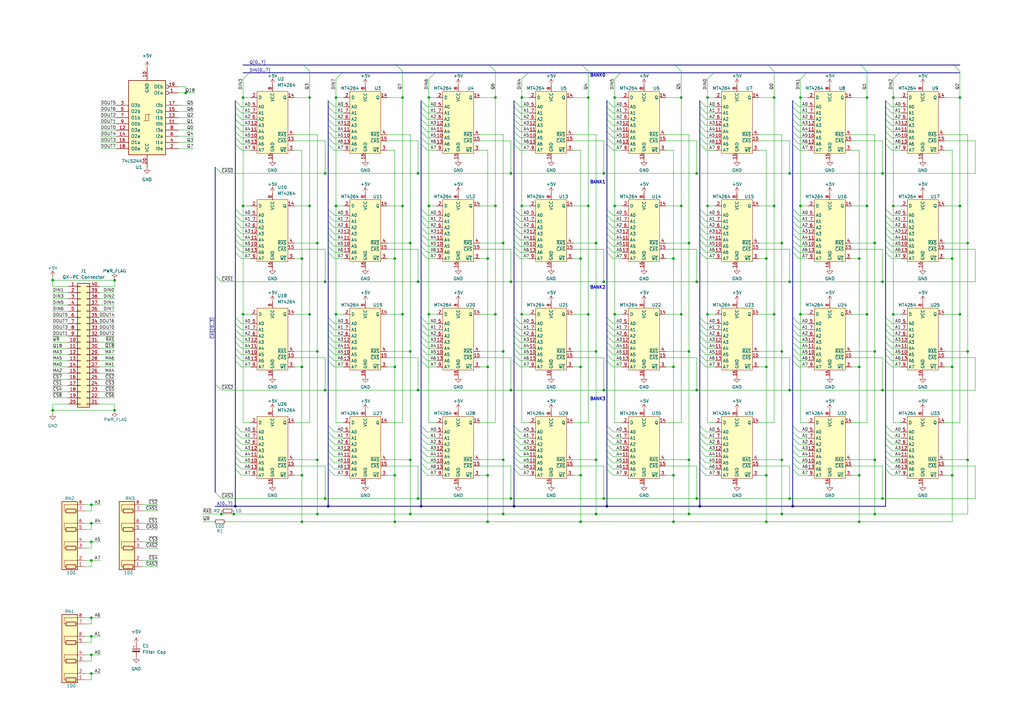
<source format=kicad_sch>
(kicad_sch (version 20211123) (generator eeschema)
  (paper "A3")
  (title_block (title "QX10 Titan QXPC Memory Board") (date "2022-05-23") (rev "1.0"))
  (junction (at 323.85 115.57))
  (junction (at 247.65 115.57))
  (junction (at 358.775 188.595))
  (junction (at 317.5 84.455))
  (junction (at 390.525 194.945))
  (junction (at 133.35 71.12))
  (junction (at 37.465 276.225))
  (junction (at 247.65 160.02))
  (junction (at 252.095 40.005))
  (junction (at 366.395 40.005))
  (junction (at 203.2 84.455))
  (junction (at 168.275 210.82))
  (junction (at 209.55 160.02))
  (junction (at 352.425 213.995))
  (junction (at 206.375 144.145))
  (junction (at 137.795 128.905))
  (junction (at 168.275 188.595))
  (junction (at 209.55 204.47))
  (junction (at 241.3 128.905))
  (junction (at 241.3 84.455))
  (junction (at 325.12 207.645))
  (junction (at 279.4 40.005))
  (junction (at 96.52 207.645))
  (junction (at 200.025 213.995))
  (junction (at 213.995 84.455))
  (junction (at 90.805 210.82))
  (junction (at 244.475 188.595))
  (junction (at 390.525 106.045))
  (junction (at 172.72 207.645))
  (junction (at 203.2 40.005))
  (junction (at 161.925 213.995))
  (junction (at 238.125 150.495))
  (junction (at 247.65 204.47))
  (junction (at 137.795 40.005))
  (junction (at 393.7 84.455))
  (junction (at 287.02 207.645))
  (junction (at 285.75 160.02))
  (junction (at 171.45 160.02))
  (junction (at 209.55 71.12))
  (junction (at 361.95 204.47))
  (junction (at 21.59 114.935))
  (junction (at 127 40.005))
  (junction (at 355.6 40.005))
  (junction (at 328.295 128.905))
  (junction (at 396.875 144.145))
  (junction (at 317.5 128.905))
  (junction (at 352.425 150.495))
  (junction (at 241.3 40.005))
  (junction (at 285.75 204.47))
  (junction (at 276.225 150.495))
  (junction (at 393.7 128.905))
  (junction (at 171.45 204.47))
  (junction (at 161.925 194.945))
  (junction (at 323.85 204.47))
  (junction (at 200.025 150.495))
  (junction (at 390.525 150.495))
  (junction (at 366.395 128.905))
  (junction (at 393.7 40.005))
  (junction (at 165.1 128.905))
  (junction (at 317.5 40.005))
  (junction (at 99.695 40.005))
  (junction (at 175.895 40.005))
  (junction (at 252.095 84.455))
  (junction (at 396.875 99.695))
  (junction (at 206.375 210.82))
  (junction (at 165.1 40.005))
  (junction (at 130.175 210.82))
  (junction (at 290.195 128.905))
  (junction (at 130.175 99.695))
  (junction (at 133.35 204.47))
  (junction (at 314.325 213.995))
  (junction (at 127 84.455))
  (junction (at 46.99 168.275))
  (junction (at 320.675 144.145))
  (junction (at 175.895 84.455))
  (junction (at 323.85 160.02))
  (junction (at 248.92 207.645))
  (junction (at 209.55 115.57))
  (junction (at 282.575 99.695))
  (junction (at 134.62 207.645))
  (junction (at 171.45 71.12))
  (junction (at 206.375 99.695))
  (junction (at 238.125 106.045))
  (junction (at 285.75 71.12))
  (junction (at 76.2 38.1))
  (junction (at 276.225 213.995))
  (junction (at 165.1 84.455))
  (junction (at 358.775 210.82))
  (junction (at 279.4 128.905))
  (junction (at 314.325 106.045))
  (junction (at 355.6 84.455))
  (junction (at 314.325 194.945))
  (junction (at 37.465 260.985))
  (junction (at 127 128.905))
  (junction (at 320.675 99.695))
  (junction (at 361.95 71.12))
  (junction (at 175.895 128.905))
  (junction (at 213.995 40.005))
  (junction (at 279.4 84.455))
  (junction (at 161.925 150.495))
  (junction (at 276.225 106.045))
  (junction (at 168.275 99.695))
  (junction (at 282.575 144.145))
  (junction (at 37.465 253.365))
  (junction (at 95.885 210.82))
  (junction (at 328.295 84.455))
  (junction (at 244.475 99.695))
  (junction (at 290.195 40.005))
  (junction (at 361.95 115.57))
  (junction (at 396.875 188.595))
  (junction (at 200.025 194.945))
  (junction (at 352.425 194.945))
  (junction (at 130.175 144.145))
  (junction (at 320.675 188.595))
  (junction (at 352.425 106.045))
  (junction (at 276.225 194.945))
  (junction (at 171.45 115.57))
  (junction (at 37.465 229.87))
  (junction (at 123.825 213.995))
  (junction (at 133.35 115.57))
  (junction (at 37.465 207.01))
  (junction (at 238.125 213.995))
  (junction (at 203.2 128.905))
  (junction (at 99.695 128.905))
  (junction (at 37.465 222.25))
  (junction (at 46.99 114.935))
  (junction (at 320.675 210.82))
  (junction (at 21.59 168.275))
  (junction (at 213.995 128.905))
  (junction (at 238.125 194.945))
  (junction (at 366.395 84.455))
  (junction (at 133.35 160.02))
  (junction (at 168.275 144.145))
  (junction (at 358.775 144.145))
  (junction (at 161.925 106.045))
  (junction (at 323.85 71.12))
  (junction (at 314.325 150.495))
  (junction (at 210.82 207.645))
  (junction (at 290.195 84.455))
  (junction (at 130.175 188.595))
  (junction (at 358.775 99.695))
  (junction (at 123.825 194.945))
  (junction (at 99.695 84.455))
  (junction (at 252.095 128.905))
  (junction (at 206.375 188.595))
  (junction (at 37.465 268.605))
  (junction (at 244.475 144.145))
  (junction (at 282.575 210.82))
  (junction (at 123.825 150.495))
  (junction (at 355.6 128.905))
  (junction (at 285.75 115.57))
  (junction (at 361.95 160.02))
  (junction (at 37.465 214.63))
  (junction (at 137.795 84.455))
  (junction (at 244.475 210.82))
  (junction (at 282.575 188.595))
  (junction (at 328.295 40.005))
  (junction (at 200.025 106.045))
  (junction (at 123.825 106.045))
  (junction (at 247.65 71.12))
  (bus_entry (at 248.92 93.345) (size 2.54 2.54))
  (bus_entry (at 134.62 182.245) (size 2.54 2.54))
  (bus_entry (at 134.62 132.715) (size 2.54 2.54))
  (bus_entry (at 287.02 179.705) (size 2.54 2.54))
  (bus_entry (at 248.92 95.885) (size 2.54 2.54))
  (bus_entry (at 210.82 130.175) (size 2.54 2.54))
  (bus_entry (at 172.72 41.275) (size 2.54 2.54))
  (bus_entry (at 172.72 48.895) (size 2.54 2.54))
  (bus_entry (at 248.92 189.865) (size 2.54 2.54))
  (bus_entry (at 210.82 48.895) (size 2.54 2.54))
  (bus_entry (at 96.52 88.265) (size 2.54 2.54))
  (bus_entry (at 172.72 95.885) (size 2.54 2.54))
  (bus_entry (at 325.12 95.885) (size 2.54 2.54))
  (bus_entry (at 363.22 41.275) (size 2.54 2.54))
  (bus_entry (at 96.52 192.405) (size 2.54 2.54))
  (bus_entry (at 248.92 41.275) (size 2.54 2.54))
  (bus_entry (at 363.22 137.795) (size 2.54 2.54))
  (bus_entry (at 134.62 98.425) (size 2.54 2.54))
  (bus_entry (at 325.12 184.785) (size 2.54 2.54))
  (bus_entry (at 134.62 189.865) (size 2.54 2.54))
  (bus_entry (at 134.62 85.725) (size 2.54 2.54))
  (bus_entry (at 287.02 103.505) (size 2.54 2.54))
  (bus_entry (at 248.92 142.875) (size 2.54 2.54))
  (bus_entry (at 210.82 140.335) (size 2.54 2.54))
  (bus_entry (at 363.22 46.355) (size 2.54 2.54))
  (bus_entry (at 325.12 187.325) (size 2.54 2.54))
  (bus_entry (at 363.22 192.405) (size 2.54 2.54))
  (bus_entry (at 172.72 132.715) (size 2.54 2.54))
  (bus_entry (at 210.82 177.165) (size 2.54 2.54))
  (bus_entry (at 96.52 182.245) (size 2.54 2.54))
  (bus_entry (at 363.22 51.435) (size 2.54 2.54))
  (bus_entry (at 172.72 140.335) (size 2.54 2.54))
  (bus_entry (at 210.82 95.885) (size 2.54 2.54))
  (bus_entry (at 96.52 103.505) (size 2.54 2.54))
  (bus_entry (at 287.02 174.625) (size 2.54 2.54))
  (bus_entry (at 325.12 132.715) (size 2.54 2.54))
  (bus_entry (at 363.22 177.165) (size 2.54 2.54))
  (bus_entry (at 363.22 98.425) (size 2.54 2.54))
  (bus_entry (at 248.92 132.715) (size 2.54 2.54))
  (bus_entry (at 325.12 59.055) (size 2.54 2.54))
  (bus_entry (at 325.12 98.425) (size 2.54 2.54))
  (bus_entry (at 325.12 135.255) (size 2.54 2.54))
  (bus_entry (at 172.72 137.795) (size 2.54 2.54))
  (bus_entry (at 172.72 182.245) (size 2.54 2.54))
  (bus_entry (at 96.52 56.515) (size 2.54 2.54))
  (bus_entry (at 363.22 88.265) (size 2.54 2.54))
  (bus_entry (at 96.52 137.795) (size 2.54 2.54))
  (bus_entry (at 363.22 174.625) (size 2.54 2.54))
  (bus_entry (at 252.095 32.385) (size 2.54 -2.54))
  (bus_entry (at 213.995 32.385) (size 2.54 -2.54))
  (bus_entry (at 175.895 32.385) (size 2.54 -2.54))
  (bus_entry (at 241.3 29.21) (size -2.54 -2.54))
  (bus_entry (at 165.1 29.21) (size -2.54 -2.54))
  (bus_entry (at 137.795 32.385) (size 2.54 -2.54))
  (bus_entry (at 127 29.21) (size -2.54 -2.54))
  (bus_entry (at 99.695 32.385) (size 2.54 -2.54))
  (bus_entry (at 393.7 29.21) (size -2.54 -2.54))
  (bus_entry (at 355.6 29.21) (size -2.54 -2.54))
  (bus_entry (at 290.195 32.385) (size 2.54 -2.54))
  (bus_entry (at 328.295 32.385) (size 2.54 -2.54))
  (bus_entry (at 366.395 32.385) (size 2.54 -2.54))
  (bus_entry (at 317.5 29.21) (size -2.54 -2.54))
  (bus_entry (at 279.4 29.21) (size -2.54 -2.54))
  (bus_entry (at 203.2 29.21) (size -2.54 -2.54))
  (bus_entry (at 287.02 142.875) (size 2.54 2.54))
  (bus_entry (at 287.02 51.435) (size 2.54 2.54))
  (bus_entry (at 96.52 174.625) (size 2.54 2.54))
  (bus_entry (at 363.22 184.785) (size 2.54 2.54))
  (bus_entry (at 210.82 51.435) (size 2.54 2.54))
  (bus_entry (at 172.72 85.725) (size 2.54 2.54))
  (bus_entry (at 248.92 130.175) (size 2.54 2.54))
  (bus_entry (at 134.62 137.795) (size 2.54 2.54))
  (bus_entry (at 287.02 98.425) (size 2.54 2.54))
  (bus_entry (at 248.92 182.245) (size 2.54 2.54))
  (bus_entry (at 325.12 142.875) (size 2.54 2.54))
  (bus_entry (at 96.52 145.415) (size 2.54 2.54))
  (bus_entry (at 210.82 142.875) (size 2.54 2.54))
  (bus_entry (at 325.12 41.275) (size 2.54 2.54))
  (bus_entry (at 210.82 43.815) (size 2.54 2.54))
  (bus_entry (at 96.52 177.165) (size 2.54 2.54))
  (bus_entry (at 363.22 103.505) (size 2.54 2.54))
  (bus_entry (at 248.92 46.355) (size 2.54 2.54))
  (bus_entry (at 363.22 48.895) (size 2.54 2.54))
  (bus_entry (at 363.22 179.705) (size 2.54 2.54))
  (bus_entry (at 172.72 130.175) (size 2.54 2.54))
  (bus_entry (at 96.52 100.965) (size 2.54 2.54))
  (bus_entry (at 287.02 56.515) (size 2.54 2.54))
  (bus_entry (at 363.22 135.255) (size 2.54 2.54))
  (bus_entry (at 210.82 88.265) (size 2.54 2.54))
  (bus_entry (at 363.22 182.245) (size 2.54 2.54))
  (bus_entry (at 172.72 51.435) (size 2.54 2.54))
  (bus_entry (at 210.82 184.785) (size 2.54 2.54))
  (bus_entry (at 172.72 192.405) (size 2.54 2.54))
  (bus_entry (at 325.12 46.355) (size 2.54 2.54))
  (bus_entry (at 363.22 132.715) (size 2.54 2.54))
  (bus_entry (at 248.92 140.335) (size 2.54 2.54))
  (bus_entry (at 248.92 85.725) (size 2.54 2.54))
  (bus_entry (at 287.02 41.275) (size 2.54 2.54))
  (bus_entry (at 287.02 90.805) (size 2.54 2.54))
  (bus_entry (at 134.62 51.435) (size 2.54 2.54))
  (bus_entry (at 287.02 43.815) (size 2.54 2.54))
  (bus_entry (at 172.72 46.355) (size 2.54 2.54))
  (bus_entry (at 172.72 98.425) (size 2.54 2.54))
  (bus_entry (at 287.02 140.335) (size 2.54 2.54))
  (bus_entry (at 96.52 135.255) (size 2.54 2.54))
  (bus_entry (at 363.22 100.965) (size 2.54 2.54))
  (bus_entry (at 96.52 147.955) (size 2.54 2.54))
  (bus_entry (at 172.72 177.165) (size 2.54 2.54))
  (bus_entry (at 287.02 130.175) (size 2.54 2.54))
  (bus_entry (at 248.92 179.705) (size 2.54 2.54))
  (bus_entry (at 210.82 53.975) (size 2.54 2.54))
  (bus_entry (at 172.72 43.815) (size 2.54 2.54))
  (bus_entry (at 325.12 145.415) (size 2.54 2.54))
  (bus_entry (at 210.82 56.515) (size 2.54 2.54))
  (bus_entry (at 287.02 145.415) (size 2.54 2.54))
  (bus_entry (at 325.12 182.245) (size 2.54 2.54))
  (bus_entry (at 96.52 184.785) (size 2.54 2.54))
  (bus_entry (at 325.12 174.625) (size 2.54 2.54))
  (bus_entry (at 363.22 93.345) (size 2.54 2.54))
  (bus_entry (at 325.12 85.725) (size 2.54 2.54))
  (bus_entry (at 134.62 103.505) (size 2.54 2.54))
  (bus_entry (at 248.92 43.815) (size 2.54 2.54))
  (bus_entry (at 172.72 93.345) (size 2.54 2.54))
  (bus_entry (at 172.72 100.965) (size 2.54 2.54))
  (bus_entry (at 210.82 187.325) (size 2.54 2.54))
  (bus_entry (at 248.92 103.505) (size 2.54 2.54))
  (bus_entry (at 287.02 147.955) (size 2.54 2.54))
  (bus_entry (at 96.52 53.975) (size 2.54 2.54))
  (bus_entry (at 325.12 137.795) (size 2.54 2.54))
  (bus_entry (at 210.82 192.405) (size 2.54 2.54))
  (bus_entry (at 325.12 93.345) (size 2.54 2.54))
  (bus_entry (at 287.02 189.865) (size 2.54 2.54))
  (bus_entry (at 287.02 182.245) (size 2.54 2.54))
  (bus_entry (at 210.82 135.255) (size 2.54 2.54))
  (bus_entry (at 96.52 59.055) (size 2.54 2.54))
  (bus_entry (at 210.82 100.965) (size 2.54 2.54))
  (bus_entry (at 248.92 184.785) (size 2.54 2.54))
  (bus_entry (at 287.02 192.405) (size 2.54 2.54))
  (bus_entry (at 96.52 93.345) (size 2.54 2.54))
  (bus_entry (at 96.52 46.355) (size 2.54 2.54))
  (bus_entry (at 134.62 184.785) (size 2.54 2.54))
  (bus_entry (at 210.82 98.425) (size 2.54 2.54))
  (bus_entry (at 248.92 137.795) (size 2.54 2.54))
  (bus_entry (at 287.02 100.965) (size 2.54 2.54))
  (bus_entry (at 134.62 145.415) (size 2.54 2.54))
  (bus_entry (at 363.22 95.885) (size 2.54 2.54))
  (bus_entry (at 325.12 43.815) (size 2.54 2.54))
  (bus_entry (at 210.82 90.805) (size 2.54 2.54))
  (bus_entry (at 134.62 59.055) (size 2.54 2.54))
  (bus_entry (at 134.62 142.875) (size 2.54 2.54))
  (bus_entry (at 172.72 90.805) (size 2.54 2.54))
  (bus_entry (at 363.22 59.055) (size 2.54 2.54))
  (bus_entry (at 363.22 90.805) (size 2.54 2.54))
  (bus_entry (at 325.12 53.975) (size 2.54 2.54))
  (bus_entry (at 134.62 53.975) (size 2.54 2.54))
  (bus_entry (at 172.72 174.625) (size 2.54 2.54))
  (bus_entry (at 210.82 179.705) (size 2.54 2.54))
  (bus_entry (at 134.62 88.265) (size 2.54 2.54))
  (bus_entry (at 134.62 177.165) (size 2.54 2.54))
  (bus_entry (at 363.22 147.955) (size 2.54 2.54))
  (bus_entry (at 248.92 174.625) (size 2.54 2.54))
  (bus_entry (at 172.72 179.705) (size 2.54 2.54))
  (bus_entry (at 88.265 113.03) (size 2.54 2.54))
  (bus_entry (at 88.265 157.48) (size 2.54 2.54))
  (bus_entry (at 88.265 201.93) (size 2.54 2.54))
  (bus_entry (at 88.265 68.58) (size 2.54 2.54))
  (bus_entry (at 363.22 140.335) (size 2.54 2.54))
  (bus_entry (at 325.12 48.895) (size 2.54 2.54))
  (bus_entry (at 363.22 43.815) (size 2.54 2.54))
  (bus_entry (at 210.82 41.275) (size 2.54 2.54))
  (bus_entry (at 287.02 93.345) (size 2.54 2.54))
  (bus_entry (at 363.22 187.325) (size 2.54 2.54))
  (bus_entry (at 96.52 41.275) (size 2.54 2.54))
  (bus_entry (at 134.62 179.705) (size 2.54 2.54))
  (bus_entry (at 325.12 140.335) (size 2.54 2.54))
  (bus_entry (at 210.82 182.245) (size 2.54 2.54))
  (bus_entry (at 287.02 59.055) (size 2.54 2.54))
  (bus_entry (at 325.12 56.515) (size 2.54 2.54))
  (bus_entry (at 96.52 43.815) (size 2.54 2.54))
  (bus_entry (at 248.92 59.055) (size 2.54 2.54))
  (bus_entry (at 96.52 142.875) (size 2.54 2.54))
  (bus_entry (at 363.22 189.865) (size 2.54 2.54))
  (bus_entry (at 287.02 53.975) (size 2.54 2.54))
  (bus_entry (at 325.12 90.805) (size 2.54 2.54))
  (bus_entry (at 210.82 132.715) (size 2.54 2.54))
  (bus_entry (at 363.22 56.515) (size 2.54 2.54))
  (bus_entry (at 248.92 135.255) (size 2.54 2.54))
  (bus_entry (at 287.02 184.785) (size 2.54 2.54))
  (bus_entry (at 325.12 189.865) (size 2.54 2.54))
  (bus_entry (at 172.72 187.325) (size 2.54 2.54))
  (bus_entry (at 134.62 95.885) (size 2.54 2.54))
  (bus_entry (at 134.62 93.345) (size 2.54 2.54))
  (bus_entry (at 210.82 85.725) (size 2.54 2.54))
  (bus_entry (at 134.62 43.815) (size 2.54 2.54))
  (bus_entry (at 210.82 46.355) (size 2.54 2.54))
  (bus_entry (at 287.02 88.265) (size 2.54 2.54))
  (bus_entry (at 248.92 187.325) (size 2.54 2.54))
  (bus_entry (at 210.82 93.345) (size 2.54 2.54))
  (bus_entry (at 134.62 46.355) (size 2.54 2.54))
  (bus_entry (at 96.52 48.895) (size 2.54 2.54))
  (bus_entry (at 210.82 147.955) (size 2.54 2.54))
  (bus_entry (at 248.92 48.895) (size 2.54 2.54))
  (bus_entry (at 210.82 103.505) (size 2.54 2.54))
  (bus_entry (at 172.72 135.255) (size 2.54 2.54))
  (bus_entry (at 96.52 98.425) (size 2.54 2.54))
  (bus_entry (at 96.52 179.705) (size 2.54 2.54))
  (bus_entry (at 96.52 189.865) (size 2.54 2.54))
  (bus_entry (at 172.72 147.955) (size 2.54 2.54))
  (bus_entry (at 96.52 90.805) (size 2.54 2.54))
  (bus_entry (at 172.72 88.265) (size 2.54 2.54))
  (bus_entry (at 325.12 100.965) (size 2.54 2.54))
  (bus_entry (at 96.52 130.175) (size 2.54 2.54))
  (bus_entry (at 248.92 100.965) (size 2.54 2.54))
  (bus_entry (at 134.62 48.895) (size 2.54 2.54))
  (bus_entry (at 287.02 95.885) (size 2.54 2.54))
  (bus_entry (at 134.62 147.955) (size 2.54 2.54))
  (bus_entry (at 287.02 132.715) (size 2.54 2.54))
  (bus_entry (at 287.02 187.325) (size 2.54 2.54))
  (bus_entry (at 248.92 90.805) (size 2.54 2.54))
  (bus_entry (at 134.62 187.325) (size 2.54 2.54))
  (bus_entry (at 210.82 174.625) (size 2.54 2.54))
  (bus_entry (at 248.92 56.515) (size 2.54 2.54))
  (bus_entry (at 363.22 130.175) (size 2.54 2.54))
  (bus_entry (at 172.72 145.415) (size 2.54 2.54))
  (bus_entry (at 287.02 177.165) (size 2.54 2.54))
  (bus_entry (at 210.82 59.055) (size 2.54 2.54))
  (bus_entry (at 210.82 137.795) (size 2.54 2.54))
  (bus_entry (at 363.22 142.875) (size 2.54 2.54))
  (bus_entry (at 172.72 142.875) (size 2.54 2.54))
  (bus_entry (at 134.62 56.515) (size 2.54 2.54))
  (bus_entry (at 134.62 135.255) (size 2.54 2.54))
  (bus_entry (at 325.12 103.505) (size 2.54 2.54))
  (bus_entry (at 96.52 140.335) (size 2.54 2.54))
  (bus_entry (at 325.12 192.405) (size 2.54 2.54))
  (bus_entry (at 248.92 51.435) (size 2.54 2.54))
  (bus_entry (at 210.82 145.415) (size 2.54 2.54))
  (bus_entry (at 172.72 189.865) (size 2.54 2.54))
  (bus_entry (at 325.12 177.165) (size 2.54 2.54))
  (bus_entry (at 325.12 88.265) (size 2.54 2.54))
  (bus_entry (at 96.52 85.725) (size 2.54 2.54))
  (bus_entry (at 172.72 103.505) (size 2.54 2.54))
  (bus_entry (at 134.62 41.275) (size 2.54 2.54))
  (bus_entry (at 325.12 51.435) (size 2.54 2.54))
  (bus_entry (at 248.92 147.955) (size 2.54 2.54))
  (bus_entry (at 248.92 192.405) (size 2.54 2.54))
  (bus_entry (at 172.72 53.975) (size 2.54 2.54))
  (bus_entry (at 172.72 56.515) (size 2.54 2.54))
  (bus_entry (at 248.92 98.425) (size 2.54 2.54))
  (bus_entry (at 96.52 132.715) (size 2.54 2.54))
  (bus_entry (at 287.02 48.895) (size 2.54 2.54))
  (bus_entry (at 287.02 137.795) (size 2.54 2.54))
  (bus_entry (at 287.02 135.255) (size 2.54 2.54))
  (bus_entry (at 325.12 130.175) (size 2.54 2.54))
  (bus_entry (at 325.12 179.705) (size 2.54 2.54))
  (bus_entry (at 134.62 90.805) (size 2.54 2.54))
  (bus_entry (at 210.82 189.865) (size 2.54 2.54))
  (bus_entry (at 134.62 192.405) (size 2.54 2.54))
  (bus_entry (at 287.02 46.355) (size 2.54 2.54))
  (bus_entry (at 96.52 51.435) (size 2.54 2.54))
  (bus_entry (at 325.12 147.955) (size 2.54 2.54))
  (bus_entry (at 248.92 177.165) (size 2.54 2.54))
  (bus_entry (at 134.62 174.625) (size 2.54 2.54))
  (bus_entry (at 248.92 145.415) (size 2.54 2.54))
  (bus_entry (at 172.72 184.785) (size 2.54 2.54))
  (bus_entry (at 134.62 130.175) (size 2.54 2.54))
  (bus_entry (at 248.92 88.265) (size 2.54 2.54))
  (bus_entry (at 96.52 187.325) (size 2.54 2.54))
  (bus_entry (at 134.62 140.335) (size 2.54 2.54))
  (bus_entry (at 248.92 53.975) (size 2.54 2.54))
  (bus_entry (at 172.72 59.055) (size 2.54 2.54))
  (bus_entry (at 363.22 85.725) (size 2.54 2.54))
  (bus_entry (at 96.52 95.885) (size 2.54 2.54))
  (bus_entry (at 363.22 53.975) (size 2.54 2.54))
  (bus_entry (at 287.02 85.725) (size 2.54 2.54))
  (bus_entry (at 363.22 145.415) (size 2.54 2.54))
  (bus_entry (at 134.62 100.965) (size 2.54 2.54))
  (wire (pts (xy 133.35 71.12) (xy 171.45 71.12)))
  (bus (pts (xy 325.12 179.705) (xy 325.12 182.245)))
  (wire (pts (xy 137.16 103.505) (xy 140.97 103.505)))
  (wire (pts (xy 130.175 99.695) (xy 130.175 55.245)))
  (wire (pts (xy 171.45 102.235) (xy 158.75 102.235)))
  (wire (pts (xy 289.56 93.345) (xy 293.37 93.345)))
  (wire (pts (xy 99.06 61.595) (xy 102.87 61.595)))
  (wire (pts (xy 165.1 29.21) (xy 165.1 40.005)))
  (wire (pts (xy 58.42 229.87) (xy 64.77 229.87)))
  (wire (pts (xy 251.46 177.165) (xy 255.27 177.165)))
  (wire (pts (xy 365.76 189.865) (xy 369.57 189.865)))
  (bus (pts (xy 287.02 85.725) (xy 287.02 88.265)))
  (wire (pts (xy 355.6 84.455) (xy 355.6 40.005)))
  (bus (pts (xy 210.82 145.415) (xy 210.82 147.955)))
  (wire (pts (xy 34.925 229.87) (xy 37.465 229.87)))
  (wire (pts (xy 285.75 160.02) (xy 285.75 146.685)))
  (wire (pts (xy 137.16 132.715) (xy 140.97 132.715)))
  (wire (pts (xy 361.95 160.02) (xy 361.95 146.685)))
  (wire (pts (xy 365.76 179.705) (xy 369.57 179.705)))
  (wire (pts (xy 137.16 46.355) (xy 140.97 46.355)))
  (wire (pts (xy 179.07 128.905) (xy 175.895 128.905)))
  (wire (pts (xy 365.76 184.785) (xy 369.57 184.785)))
  (wire (pts (xy 213.995 40.005) (xy 217.17 40.005)))
  (bus (pts (xy 172.72 98.425) (xy 172.72 100.965)))
  (bus (pts (xy 200.66 26.67) (xy 238.76 26.67)))
  (wire (pts (xy 327.66 137.795) (xy 331.47 137.795)))
  (wire (pts (xy 365.76 150.495) (xy 369.57 150.495)))
  (wire (pts (xy 323.85 204.47) (xy 361.95 204.47)))
  (bus (pts (xy 134.62 85.725) (xy 134.62 88.265)))
  (bus (pts (xy 287.02 98.425) (xy 287.02 100.965)))
  (wire (pts (xy 327.66 103.505) (xy 331.47 103.505)))
  (wire (pts (xy 58.42 217.17) (xy 64.77 217.17)))
  (wire (pts (xy 365.76 103.505) (xy 369.57 103.505)))
  (bus (pts (xy 96.52 95.885) (xy 96.52 98.425)))
  (bus (pts (xy 96.52 48.895) (xy 96.52 51.435)))
  (wire (pts (xy 76.2 38.1) (xy 76.2 35.56)))
  (bus (pts (xy 210.82 147.955) (xy 210.82 174.625)))
  (wire (pts (xy 252.095 84.455) (xy 255.27 84.455)))
  (wire (pts (xy 327.66 90.805) (xy 331.47 90.805)))
  (bus (pts (xy 210.82 137.795) (xy 210.82 140.335)))
  (bus (pts (xy 210.82 189.865) (xy 210.82 192.405)))
  (bus (pts (xy 124.46 26.67) (xy 162.56 26.67)))
  (wire (pts (xy 21.59 163.195) (xy 27.94 163.195)))
  (bus (pts (xy 134.62 147.955) (xy 134.62 174.625)))
  (wire (pts (xy 21.59 147.955) (xy 27.94 147.955)))
  (wire (pts (xy 203.2 173.355) (xy 203.2 128.905)))
  (bus (pts (xy 248.92 145.415) (xy 248.92 147.955)))
  (wire (pts (xy 165.1 84.455) (xy 165.1 40.005)))
  (bus (pts (xy 210.82 142.875) (xy 210.82 145.415)))
  (wire (pts (xy 366.395 173.355) (xy 369.57 173.355)))
  (wire (pts (xy 320.675 188.595) (xy 320.675 210.82)))
  (wire (pts (xy 238.125 106.045) (xy 238.125 61.595)))
  (bus (pts (xy 287.02 56.515) (xy 287.02 59.055)))
  (wire (pts (xy 99.06 145.415) (xy 102.87 145.415)))
  (wire (pts (xy 76.2 38.1) (xy 80.01 38.1)))
  (wire (pts (xy 328.295 40.005) (xy 328.295 84.455)))
  (wire (pts (xy 200.025 61.595) (xy 200.025 106.045)))
  (bus (pts (xy 287.02 189.865) (xy 287.02 192.405)))
  (wire (pts (xy 196.85 61.595) (xy 200.025 61.595)))
  (bus (pts (xy 210.82 187.325) (xy 210.82 189.865)))
  (bus (pts (xy 134.62 56.515) (xy 134.62 59.055)))
  (bus (pts (xy 254.635 29.845) (xy 292.735 29.845)))
  (wire (pts (xy 213.36 100.965) (xy 217.17 100.965)))
  (wire (pts (xy 234.95 57.785) (xy 247.65 57.785)))
  (wire (pts (xy 400.05 57.785) (xy 387.35 57.785)))
  (bus (pts (xy 248.92 142.875) (xy 248.92 145.415)))
  (wire (pts (xy 361.95 204.47) (xy 361.95 191.135)))
  (wire (pts (xy 90.805 209.55) (xy 90.805 210.82)))
  (wire (pts (xy 366.395 128.905) (xy 366.395 173.355)))
  (wire (pts (xy 361.95 57.785) (xy 349.25 57.785)))
  (wire (pts (xy 361.95 71.12) (xy 361.95 57.785)))
  (wire (pts (xy 396.875 55.245) (xy 387.35 55.245)))
  (wire (pts (xy 247.65 191.135) (xy 234.95 191.135)))
  (wire (pts (xy 365.76 90.805) (xy 369.57 90.805)))
  (wire (pts (xy 251.46 187.325) (xy 255.27 187.325)))
  (wire (pts (xy 289.56 53.975) (xy 293.37 53.975)))
  (wire (pts (xy 37.465 222.25) (xy 41.275 222.25)))
  (wire (pts (xy 171.45 146.685) (xy 158.75 146.685)))
  (wire (pts (xy 127 29.21) (xy 127 40.005)))
  (wire (pts (xy 323.85 115.57) (xy 323.85 102.235)))
  (wire (pts (xy 213.36 142.875) (xy 217.17 142.875)))
  (bus (pts (xy 363.22 145.415) (xy 363.22 147.955)))
  (bus (pts (xy 248.92 43.815) (xy 248.92 46.355)))
  (bus (pts (xy 287.02 192.405) (xy 287.02 207.645)))
  (wire (pts (xy 58.42 209.55) (xy 64.77 209.55)))
  (wire (pts (xy 34.925 207.01) (xy 37.465 207.01)))
  (wire (pts (xy 400.05 146.685) (xy 387.35 146.685)))
  (bus (pts (xy 210.82 48.895) (xy 210.82 51.435)))
  (wire (pts (xy 137.16 135.255) (xy 140.97 135.255)))
  (bus (pts (xy 172.72 88.265) (xy 172.72 90.805)))
  (bus (pts (xy 96.52 103.505) (xy 96.52 130.175)))
  (wire (pts (xy 41.275 43.18) (xy 47.625 43.18)))
  (wire (pts (xy 279.4 29.21) (xy 279.4 40.005)))
  (wire (pts (xy 34.925 271.145) (xy 37.465 271.145)))
  (wire (pts (xy 92.71 213.995) (xy 123.825 213.995)))
  (wire (pts (xy 390.525 194.945) (xy 390.525 150.495)))
  (wire (pts (xy 244.475 99.695) (xy 234.95 99.695)))
  (wire (pts (xy 234.95 128.905) (xy 241.3 128.905)))
  (wire (pts (xy 244.475 99.695) (xy 244.475 55.245)))
  (bus (pts (xy 353.06 26.67) (xy 391.16 26.67)))
  (wire (pts (xy 289.56 150.495) (xy 293.37 150.495)))
  (bus (pts (xy 287.02 184.785) (xy 287.02 187.325)))
  (bus (pts (xy 363.22 182.245) (xy 363.22 184.785)))
  (wire (pts (xy 311.15 40.005) (xy 317.5 40.005)))
  (wire (pts (xy 213.36 145.415) (xy 217.17 145.415)))
  (wire (pts (xy 99.06 48.895) (xy 102.87 48.895)))
  (bus (pts (xy 287.02 140.335) (xy 287.02 142.875)))
  (wire (pts (xy 393.7 128.905) (xy 387.35 128.905)))
  (bus (pts (xy 172.72 103.505) (xy 172.72 130.175)))
  (wire (pts (xy 21.59 168.275) (xy 46.99 168.275)))
  (wire (pts (xy 99.06 43.815) (xy 102.87 43.815)))
  (wire (pts (xy 213.36 147.955) (xy 217.17 147.955)))
  (wire (pts (xy 99.06 98.425) (xy 102.87 98.425)))
  (wire (pts (xy 314.325 150.495) (xy 314.325 106.045)))
  (wire (pts (xy 206.375 55.245) (xy 206.375 99.695)))
  (wire (pts (xy 320.675 188.595) (xy 320.675 144.145)))
  (wire (pts (xy 282.575 144.145) (xy 282.575 99.695)))
  (wire (pts (xy 130.175 188.595) (xy 130.175 144.145)))
  (bus (pts (xy 210.82 100.965) (xy 210.82 103.505)))
  (wire (pts (xy 252.095 40.005) (xy 252.095 84.455)))
  (bus (pts (xy 102.235 29.845) (xy 140.335 29.845)))
  (wire (pts (xy 90.805 115.57) (xy 133.35 115.57)))
  (bus (pts (xy 88.265 207.645) (xy 96.52 207.645)))
  (wire (pts (xy 175.26 53.975) (xy 179.07 53.975)))
  (bus (pts (xy 134.62 90.805) (xy 134.62 93.345)))
  (wire (pts (xy 365.76 53.975) (xy 369.57 53.975)))
  (wire (pts (xy 244.475 210.82) (xy 282.575 210.82)))
  (wire (pts (xy 175.26 51.435) (xy 179.07 51.435)))
  (wire (pts (xy 282.575 188.595) (xy 282.575 144.145)))
  (wire (pts (xy 317.5 128.905) (xy 317.5 173.355)))
  (wire (pts (xy 99.06 187.325) (xy 102.87 187.325)))
  (bus (pts (xy 325.12 182.245) (xy 325.12 184.785)))
  (bus (pts (xy 172.72 207.645) (xy 210.82 207.645)))
  (wire (pts (xy 37.465 214.63) (xy 37.465 217.17)))
  (bus (pts (xy 172.72 90.805) (xy 172.72 93.345)))
  (wire (pts (xy 361.95 115.57) (xy 361.95 102.235)))
  (wire (pts (xy 289.56 88.265) (xy 293.37 88.265)))
  (wire (pts (xy 175.26 59.055) (xy 179.07 59.055)))
  (wire (pts (xy 168.275 55.245) (xy 158.75 55.245)))
  (wire (pts (xy 251.46 192.405) (xy 255.27 192.405)))
  (wire (pts (xy 213.36 46.355) (xy 217.17 46.355)))
  (wire (pts (xy 213.36 43.815) (xy 217.17 43.815)))
  (bus (pts (xy 325.12 41.275) (xy 325.12 43.815)))
  (bus (pts (xy 134.62 189.865) (xy 134.62 192.405)))
  (wire (pts (xy 387.35 188.595) (xy 396.875 188.595)))
  (wire (pts (xy 133.35 146.685) (xy 133.35 160.02)))
  (bus (pts (xy 248.92 182.245) (xy 248.92 184.785)))
  (wire (pts (xy 366.395 32.385) (xy 366.395 40.005)))
  (bus (pts (xy 178.435 29.845) (xy 216.535 29.845)))
  (wire (pts (xy 328.295 84.455) (xy 331.47 84.455)))
  (wire (pts (xy 34.925 232.41) (xy 37.465 232.41)))
  (wire (pts (xy 323.85 71.12) (xy 361.95 71.12)))
  (wire (pts (xy 234.95 188.595) (xy 244.475 188.595)))
  (bus (pts (xy 96.52 46.355) (xy 96.52 48.895)))
  (bus (pts (xy 363.22 41.275) (xy 363.22 43.815)))
  (wire (pts (xy 37.465 276.225) (xy 41.275 276.225)))
  (wire (pts (xy 327.66 150.495) (xy 331.47 150.495)))
  (wire (pts (xy 241.3 29.21) (xy 241.3 40.005)))
  (wire (pts (xy 396.875 99.695) (xy 387.35 99.695)))
  (wire (pts (xy 276.225 61.595) (xy 273.05 61.595)))
  (wire (pts (xy 317.5 128.905) (xy 311.15 128.905)))
  (wire (pts (xy 361.95 115.57) (xy 400.05 115.57)))
  (wire (pts (xy 161.925 150.495) (xy 161.925 194.945)))
  (wire (pts (xy 365.76 177.165) (xy 369.57 177.165)))
  (wire (pts (xy 200.025 194.945) (xy 200.025 213.995)))
  (bus (pts (xy 172.72 56.515) (xy 172.72 59.055)))
  (wire (pts (xy 130.175 144.145) (xy 120.65 144.145)))
  (wire (pts (xy 251.46 106.045) (xy 255.27 106.045)))
  (wire (pts (xy 168.275 144.145) (xy 158.75 144.145)))
  (wire (pts (xy 137.16 95.885) (xy 140.97 95.885)))
  (bus (pts (xy 287.02 100.965) (xy 287.02 103.505)))
  (wire (pts (xy 327.66 46.355) (xy 331.47 46.355)))
  (wire (pts (xy 21.59 122.555) (xy 27.94 122.555)))
  (wire (pts (xy 285.75 71.12) (xy 323.85 71.12)))
  (wire (pts (xy 289.56 192.405) (xy 293.37 192.405)))
  (wire (pts (xy 161.925 150.495) (xy 158.75 150.495)))
  (wire (pts (xy 251.46 43.815) (xy 255.27 43.815)))
  (bus (pts (xy 134.62 100.965) (xy 134.62 103.505)))
  (wire (pts (xy 289.56 56.515) (xy 293.37 56.515)))
  (wire (pts (xy 40.64 125.095) (xy 46.99 125.095)))
  (wire (pts (xy 282.575 210.82) (xy 320.675 210.82)))
  (wire (pts (xy 99.06 46.355) (xy 102.87 46.355)))
  (wire (pts (xy 137.16 43.815) (xy 140.97 43.815)))
  (wire (pts (xy 158.75 173.355) (xy 165.1 173.355)))
  (wire (pts (xy 251.46 137.795) (xy 255.27 137.795)))
  (bus (pts (xy 96.52 147.955) (xy 96.52 174.625)))
  (wire (pts (xy 206.375 144.145) (xy 196.85 144.145)))
  (wire (pts (xy 213.36 90.805) (xy 217.17 90.805)))
  (wire (pts (xy 251.46 100.965) (xy 255.27 100.965)))
  (bus (pts (xy 325.12 130.175) (xy 325.12 132.715)))
  (wire (pts (xy 251.46 194.945) (xy 255.27 194.945)))
  (wire (pts (xy 137.16 61.595) (xy 140.97 61.595)))
  (bus (pts (xy 287.02 43.815) (xy 287.02 46.355)))
  (bus (pts (xy 287.02 51.435) (xy 287.02 53.975)))
  (wire (pts (xy 327.66 88.265) (xy 331.47 88.265)))
  (wire (pts (xy 21.59 140.335) (xy 27.94 140.335)))
  (wire (pts (xy 358.775 144.145) (xy 358.775 99.695)))
  (wire (pts (xy 175.26 194.945) (xy 179.07 194.945)))
  (wire (pts (xy 276.225 106.045) (xy 273.05 106.045)))
  (wire (pts (xy 137.16 187.325) (xy 140.97 187.325)))
  (bus (pts (xy 248.92 46.355) (xy 248.92 48.895)))
  (wire (pts (xy 123.825 61.595) (xy 120.65 61.595)))
  (wire (pts (xy 120.65 173.355) (xy 127 173.355)))
  (wire (pts (xy 130.175 144.145) (xy 130.175 99.695)))
  (wire (pts (xy 200.025 106.045) (xy 200.025 150.495)))
  (bus (pts (xy 210.82 59.055) (xy 210.82 85.725)))
  (wire (pts (xy 365.76 59.055) (xy 369.57 59.055)))
  (wire (pts (xy 393.7 128.905) (xy 393.7 84.455)))
  (bus (pts (xy 96.52 59.055) (xy 96.52 85.725)))
  (wire (pts (xy 323.85 102.235) (xy 311.15 102.235)))
  (wire (pts (xy 251.46 140.335) (xy 255.27 140.335)))
  (bus (pts (xy 325.12 98.425) (xy 325.12 100.965)))
  (wire (pts (xy 273.05 128.905) (xy 279.4 128.905)))
  (wire (pts (xy 99.06 88.265) (xy 102.87 88.265)))
  (bus (pts (xy 134.62 93.345) (xy 134.62 95.885)))
  (wire (pts (xy 120.65 57.785) (xy 133.35 57.785)))
  (bus (pts (xy 363.22 177.165) (xy 363.22 179.705)))
  (wire (pts (xy 328.295 128.905) (xy 331.47 128.905)))
  (wire (pts (xy 137.16 59.055) (xy 140.97 59.055)))
  (wire (pts (xy 206.375 188.595) (xy 196.85 188.595)))
  (wire (pts (xy 137.16 182.245) (xy 140.97 182.245)))
  (wire (pts (xy 252.095 32.385) (xy 252.095 40.005)))
  (wire (pts (xy 40.64 163.195) (xy 46.99 163.195)))
  (wire (pts (xy 46.99 114.935) (xy 46.99 117.475)))
  (wire (pts (xy 282.575 99.695) (xy 273.05 99.695)))
  (wire (pts (xy 352.425 61.595) (xy 349.25 61.595)))
  (wire (pts (xy 244.475 188.595) (xy 244.475 144.145)))
  (wire (pts (xy 352.425 150.495) (xy 352.425 106.045)))
  (wire (pts (xy 213.36 103.505) (xy 217.17 103.505)))
  (wire (pts (xy 251.46 53.975) (xy 255.27 53.975)))
  (wire (pts (xy 34.925 268.605) (xy 37.465 268.605)))
  (wire (pts (xy 366.395 84.455) (xy 366.395 128.905)))
  (wire (pts (xy 365.76 147.955) (xy 369.57 147.955)))
  (wire (pts (xy 99.695 128.905) (xy 99.695 173.355)))
  (bus (pts (xy 210.82 51.435) (xy 210.82 53.975)))
  (bus (pts (xy 172.72 137.795) (xy 172.72 140.335)))
  (wire (pts (xy 251.46 56.515) (xy 255.27 56.515)))
  (wire (pts (xy 327.66 179.705) (xy 331.47 179.705)))
  (bus (pts (xy 363.22 46.355) (xy 363.22 48.895)))
  (wire (pts (xy 206.375 99.695) (xy 206.375 144.145)))
  (wire (pts (xy 213.995 128.905) (xy 217.17 128.905)))
  (wire (pts (xy 365.76 194.945) (xy 369.57 194.945)))
  (bus (pts (xy 96.52 93.345) (xy 96.52 95.885)))
  (bus (pts (xy 172.72 142.875) (xy 172.72 145.415)))
  (wire (pts (xy 349.25 173.355) (xy 355.6 173.355)))
  (bus (pts (xy 172.72 132.715) (xy 172.72 135.255)))
  (wire (pts (xy 358.775 99.695) (xy 349.25 99.695)))
  (wire (pts (xy 123.825 213.995) (xy 161.925 213.995)))
  (wire (pts (xy 238.125 150.495) (xy 238.125 106.045)))
  (bus (pts (xy 172.72 51.435) (xy 172.72 53.975)))
  (wire (pts (xy 323.85 57.785) (xy 311.15 57.785)))
  (bus (pts (xy 172.72 53.975) (xy 172.72 56.515)))
  (wire (pts (xy 365.76 46.355) (xy 369.57 46.355)))
  (wire (pts (xy 99.06 103.505) (xy 102.87 103.505)))
  (wire (pts (xy 328.295 40.005) (xy 331.47 40.005)))
  (wire (pts (xy 327.66 147.955) (xy 331.47 147.955)))
  (wire (pts (xy 137.16 98.425) (xy 140.97 98.425)))
  (wire (pts (xy 390.525 106.045) (xy 390.525 61.595)))
  (wire (pts (xy 358.775 144.145) (xy 349.25 144.145)))
  (bus (pts (xy 287.02 130.175) (xy 287.02 132.715)))
  (bus (pts (xy 363.22 100.965) (xy 363.22 103.505)))
  (bus (pts (xy 96.52 100.965) (xy 96.52 103.505)))
  (wire (pts (xy 161.925 194.945) (xy 158.75 194.945)))
  (bus (pts (xy 96.52 177.165) (xy 96.52 179.705)))
  (wire (pts (xy 168.275 99.695) (xy 168.275 55.245)))
  (wire (pts (xy 289.56 182.245) (xy 293.37 182.245)))
  (wire (pts (xy 327.66 106.045) (xy 331.47 106.045)))
  (wire (pts (xy 289.56 100.965) (xy 293.37 100.965)))
  (bus (pts (xy 172.72 135.255) (xy 172.72 137.795)))
  (wire (pts (xy 317.5 84.455) (xy 311.15 84.455)))
  (bus (pts (xy 248.92 48.895) (xy 248.92 51.435)))
  (bus (pts (xy 210.82 182.245) (xy 210.82 184.785)))
  (wire (pts (xy 99.06 192.405) (xy 102.87 192.405)))
  (wire (pts (xy 34.925 217.17) (xy 37.465 217.17)))
  (wire (pts (xy 244.475 144.145) (xy 244.475 99.695)))
  (bus (pts (xy 248.92 135.255) (xy 248.92 137.795)))
  (bus (pts (xy 363.22 90.805) (xy 363.22 93.345)))
  (bus (pts (xy 287.02 142.875) (xy 287.02 145.415)))
  (wire (pts (xy 137.16 100.965) (xy 140.97 100.965)))
  (wire (pts (xy 400.05 102.235) (xy 387.35 102.235)))
  (wire (pts (xy 73.025 60.96) (xy 79.375 60.96)))
  (bus (pts (xy 325.12 43.815) (xy 325.12 46.355)))
  (bus (pts (xy 96.52 174.625) (xy 96.52 177.165)))
  (bus (pts (xy 248.92 137.795) (xy 248.92 140.335)))
  (bus (pts (xy 172.72 177.165) (xy 172.72 179.705)))
  (wire (pts (xy 41.275 60.96) (xy 47.625 60.96)))
  (wire (pts (xy 213.995 32.385) (xy 213.995 40.005)))
  (wire (pts (xy 355.6 84.455) (xy 349.25 84.455)))
  (wire (pts (xy 247.65 71.12) (xy 285.75 71.12)))
  (wire (pts (xy 165.1 84.455) (xy 158.75 84.455)))
  (wire (pts (xy 37.465 253.365) (xy 37.465 255.905)))
  (wire (pts (xy 137.16 150.495) (xy 140.97 150.495)))
  (wire (pts (xy 361.95 204.47) (xy 400.05 204.47)))
  (wire (pts (xy 34.925 224.79) (xy 37.465 224.79)))
  (wire (pts (xy 137.795 84.455) (xy 140.97 84.455)))
  (wire (pts (xy 251.46 51.435) (xy 255.27 51.435)))
  (wire (pts (xy 289.56 194.945) (xy 293.37 194.945)))
  (wire (pts (xy 123.825 106.045) (xy 123.825 61.595)))
  (bus (pts (xy 363.22 130.175) (xy 363.22 132.715)))
  (bus (pts (xy 134.62 145.415) (xy 134.62 147.955)))
  (bus (pts (xy 134.62 192.405) (xy 134.62 207.645)))
  (wire (pts (xy 365.76 182.245) (xy 369.57 182.245)))
  (wire (pts (xy 290.195 84.455) (xy 293.37 84.455)))
  (wire (pts (xy 289.56 98.425) (xy 293.37 98.425)))
  (bus (pts (xy 134.62 174.625) (xy 134.62 177.165)))
  (wire (pts (xy 168.275 210.82) (xy 206.375 210.82)))
  (wire (pts (xy 137.16 192.405) (xy 140.97 192.405)))
  (wire (pts (xy 21.59 117.475) (xy 21.59 114.935)))
  (bus (pts (xy 248.92 93.345) (xy 248.92 95.885)))
  (wire (pts (xy 99.06 135.255) (xy 102.87 135.255)))
  (wire (pts (xy 209.55 57.785) (xy 196.85 57.785)))
  (wire (pts (xy 34.925 222.25) (xy 37.465 222.25)))
  (wire (pts (xy 137.16 177.165) (xy 140.97 177.165)))
  (bus (pts (xy 172.72 48.895) (xy 172.72 51.435)))
  (wire (pts (xy 251.46 189.865) (xy 255.27 189.865)))
  (bus (pts (xy 363.22 184.785) (xy 363.22 187.325)))
  (bus (pts (xy 248.92 147.955) (xy 248.92 174.625)))
  (wire (pts (xy 99.06 106.045) (xy 102.87 106.045)))
  (wire (pts (xy 311.15 194.945) (xy 314.325 194.945)))
  (wire (pts (xy 175.26 88.265) (xy 179.07 88.265)))
  (wire (pts (xy 213.36 53.975) (xy 217.17 53.975)))
  (wire (pts (xy 328.295 32.385) (xy 328.295 40.005)))
  (wire (pts (xy 99.06 182.245) (xy 102.87 182.245)))
  (wire (pts (xy 323.85 160.02) (xy 361.95 160.02)))
  (wire (pts (xy 58.42 222.25) (xy 64.77 222.25)))
  (wire (pts (xy 175.26 98.425) (xy 179.07 98.425)))
  (wire (pts (xy 365.76 135.255) (xy 369.57 135.255)))
  (bus (pts (xy 96.52 56.515) (xy 96.52 59.055)))
  (wire (pts (xy 209.55 160.02) (xy 247.65 160.02)))
  (wire (pts (xy 317.5 40.005) (xy 317.5 84.455)))
  (wire (pts (xy 327.66 95.885) (xy 331.47 95.885)))
  (bus (pts (xy 210.82 192.405) (xy 210.82 207.645)))
  (wire (pts (xy 361.95 191.135) (xy 349.25 191.135)))
  (wire (pts (xy 73.025 48.26) (xy 79.375 48.26)))
  (wire (pts (xy 120.65 194.945) (xy 123.825 194.945)))
  (wire (pts (xy 365.76 100.965) (xy 369.57 100.965)))
  (bus (pts (xy 134.62 142.875) (xy 134.62 145.415)))
  (wire (pts (xy 21.59 127.635) (xy 27.94 127.635)))
  (wire (pts (xy 90.805 210.82) (xy 95.885 210.82)))
  (wire (pts (xy 21.59 168.275) (xy 21.59 169.545)))
  (wire (pts (xy 99.06 137.795) (xy 102.87 137.795)))
  (bus (pts (xy 134.62 46.355) (xy 134.62 48.895)))
  (wire (pts (xy 203.2 29.21) (xy 203.2 40.005)))
  (wire (pts (xy 314.325 194.945) (xy 314.325 213.995)))
  (wire (pts (xy 317.5 29.21) (xy 317.5 40.005)))
  (wire (pts (xy 99.695 40.005) (xy 99.695 84.455)))
  (wire (pts (xy 251.46 103.505) (xy 255.27 103.505)))
  (wire (pts (xy 99.695 40.005) (xy 102.87 40.005)))
  (wire (pts (xy 34.925 255.905) (xy 37.465 255.905)))
  (wire (pts (xy 73.025 43.18) (xy 79.375 43.18)))
  (wire (pts (xy 209.55 102.235) (xy 196.85 102.235)))
  (bus (pts (xy 287.02 90.805) (xy 287.02 93.345)))
  (wire (pts (xy 289.56 145.415) (xy 293.37 145.415)))
  (wire (pts (xy 285.75 115.57) (xy 323.85 115.57)))
  (bus (pts (xy 248.92 95.885) (xy 248.92 98.425)))
  (wire (pts (xy 130.175 99.695) (xy 120.65 99.695)))
  (wire (pts (xy 158.75 61.595) (xy 161.925 61.595)))
  (wire (pts (xy 37.465 268.605) (xy 41.275 268.605)))
  (bus (pts (xy 134.62 88.265) (xy 134.62 90.805)))
  (wire (pts (xy 40.64 147.955) (xy 46.99 147.955)))
  (bus (pts (xy 99.695 26.67) (xy 124.46 26.67)))
  (wire (pts (xy 390.525 194.945) (xy 390.525 213.995)))
  (bus (pts (xy 248.92 90.805) (xy 248.92 93.345)))
  (wire (pts (xy 83.185 213.995) (xy 87.63 213.995)))
  (bus (pts (xy 210.82 140.335) (xy 210.82 142.875)))
  (wire (pts (xy 390.525 106.045) (xy 387.35 106.045)))
  (bus (pts (xy 172.72 147.955) (xy 172.72 174.625)))
  (wire (pts (xy 120.65 102.235) (xy 133.35 102.235)))
  (wire (pts (xy 387.35 194.945) (xy 390.525 194.945)))
  (bus (pts (xy 363.22 85.725) (xy 363.22 88.265)))
  (wire (pts (xy 175.895 32.385) (xy 175.895 40.005)))
  (wire (pts (xy 290.195 84.455) (xy 290.195 128.905)))
  (wire (pts (xy 127 84.455) (xy 127 128.905)))
  (bus (pts (xy 248.92 56.515) (xy 248.92 59.055)))
  (wire (pts (xy 247.65 115.57) (xy 247.65 102.235)))
  (wire (pts (xy 99.06 177.165) (xy 102.87 177.165)))
  (wire (pts (xy 133.35 102.235) (xy 133.35 115.57)))
  (wire (pts (xy 289.56 184.785) (xy 293.37 184.785)))
  (wire (pts (xy 137.16 48.895) (xy 140.97 48.895)))
  (wire (pts (xy 355.6 128.905) (xy 355.6 84.455)))
  (bus (pts (xy 172.72 179.705) (xy 172.72 182.245)))
  (wire (pts (xy 320.675 144.145) (xy 320.675 99.695)))
  (wire (pts (xy 252.095 40.005) (xy 255.27 40.005)))
  (wire (pts (xy 41.275 50.8) (xy 47.625 50.8)))
  (wire (pts (xy 213.995 84.455) (xy 213.995 128.905)))
  (bus (pts (xy 363.22 187.325) (xy 363.22 189.865)))
  (bus (pts (xy 96.52 135.255) (xy 96.52 137.795)))
  (wire (pts (xy 83.185 210.82) (xy 90.805 210.82)))
  (wire (pts (xy 37.465 229.87) (xy 37.465 232.41)))
  (wire (pts (xy 99.06 93.345) (xy 102.87 93.345)))
  (wire (pts (xy 158.75 40.005) (xy 165.1 40.005)))
  (wire (pts (xy 171.45 115.57) (xy 209.55 115.57)))
  (wire (pts (xy 328.295 173.355) (xy 331.47 173.355)))
  (wire (pts (xy 365.76 61.595) (xy 369.57 61.595)))
  (wire (pts (xy 323.85 204.47) (xy 323.85 191.135)))
  (wire (pts (xy 358.775 55.245) (xy 349.25 55.245)))
  (bus (pts (xy 172.72 100.965) (xy 172.72 103.505)))
  (bus (pts (xy 162.56 26.67) (xy 200.66 26.67)))
  (wire (pts (xy 137.16 184.785) (xy 140.97 184.785)))
  (wire (pts (xy 251.46 147.955) (xy 255.27 147.955)))
  (wire (pts (xy 251.46 142.875) (xy 255.27 142.875)))
  (wire (pts (xy 289.56 132.715) (xy 293.37 132.715)))
  (bus (pts (xy 363.22 51.435) (xy 363.22 53.975)))
  (wire (pts (xy 37.465 276.225) (xy 37.465 278.765)))
  (bus (pts (xy 210.82 88.265) (xy 210.82 90.805)))
  (wire (pts (xy 200.025 150.495) (xy 196.85 150.495)))
  (bus (pts (xy 96.52 189.865) (xy 96.52 192.405)))
  (bus (pts (xy 368.935 29.845) (xy 393.7 29.845)))
  (wire (pts (xy 314.325 194.945) (xy 314.325 150.495)))
  (wire (pts (xy 165.1 173.355) (xy 165.1 128.905)))
  (wire (pts (xy 393.7 84.455) (xy 393.7 40.005)))
  (wire (pts (xy 393.7 40.005) (xy 387.35 40.005)))
  (wire (pts (xy 366.395 40.005) (xy 369.57 40.005)))
  (bus (pts (xy 325.12 187.325) (xy 325.12 189.865)))
  (wire (pts (xy 209.55 204.47) (xy 247.65 204.47)))
  (wire (pts (xy 213.36 56.515) (xy 217.17 56.515)))
  (wire (pts (xy 196.85 173.355) (xy 203.2 173.355)))
  (wire (pts (xy 323.85 191.135) (xy 311.15 191.135)))
  (wire (pts (xy 213.36 106.045) (xy 217.17 106.045)))
  (wire (pts (xy 289.56 46.355) (xy 293.37 46.355)))
  (wire (pts (xy 251.46 179.705) (xy 255.27 179.705)))
  (bus (pts (xy 210.82 177.165) (xy 210.82 179.705)))
  (bus (pts (xy 96.52 137.795) (xy 96.52 140.335)))
  (bus (pts (xy 172.72 46.355) (xy 172.72 48.895)))
  (bus (pts (xy 134.62 103.505) (xy 134.62 130.175)))
  (wire (pts (xy 290.195 173.355) (xy 293.37 173.355)))
  (wire (pts (xy 175.26 106.045) (xy 179.07 106.045)))
  (bus (pts (xy 325.12 48.895) (xy 325.12 51.435)))
  (bus (pts (xy 210.82 207.645) (xy 248.92 207.645)))
  (wire (pts (xy 21.59 150.495) (xy 27.94 150.495)))
  (wire (pts (xy 99.06 95.885) (xy 102.87 95.885)))
  (wire (pts (xy 99.06 142.875) (xy 102.87 142.875)))
  (wire (pts (xy 175.26 46.355) (xy 179.07 46.355)))
  (wire (pts (xy 241.3 173.355) (xy 241.3 128.905)))
  (bus (pts (xy 391.16 26.67) (xy 393.7 26.67)))
  (wire (pts (xy 400.05 204.47) (xy 400.05 191.135)))
  (bus (pts (xy 248.92 184.785) (xy 248.92 187.325)))
  (wire (pts (xy 175.26 177.165) (xy 179.07 177.165)))
  (bus (pts (xy 96.52 140.335) (xy 96.52 142.875)))
  (bus (pts (xy 325.12 100.965) (xy 325.12 103.505)))
  (wire (pts (xy 314.325 213.995) (xy 352.425 213.995)))
  (wire (pts (xy 396.875 144.145) (xy 387.35 144.145)))
  (bus (pts (xy 287.02 207.645) (xy 325.12 207.645)))
  (wire (pts (xy 366.395 40.005) (xy 366.395 84.455)))
  (wire (pts (xy 137.795 84.455) (xy 137.795 128.905)))
  (wire (pts (xy 247.65 160.02) (xy 247.65 146.685)))
  (wire (pts (xy 365.76 48.895) (xy 369.57 48.895)))
  (wire (pts (xy 137.16 106.045) (xy 140.97 106.045)))
  (bus (pts (xy 325.12 56.515) (xy 325.12 59.055)))
  (wire (pts (xy 273.05 84.455) (xy 279.4 84.455)))
  (bus (pts (xy 325.12 51.435) (xy 325.12 53.975)))
  (bus (pts (xy 134.62 98.425) (xy 134.62 100.965)))
  (bus (pts (xy 96.52 182.245) (xy 96.52 184.785)))
  (wire (pts (xy 352.425 106.045) (xy 352.425 61.595)))
  (wire (pts (xy 175.26 179.705) (xy 179.07 179.705)))
  (bus (pts (xy 210.82 95.885) (xy 210.82 98.425)))
  (wire (pts (xy 203.2 128.905) (xy 203.2 84.455)))
  (wire (pts (xy 175.26 61.595) (xy 179.07 61.595)))
  (bus (pts (xy 287.02 179.705) (xy 287.02 182.245)))
  (wire (pts (xy 90.805 160.02) (xy 133.35 160.02)))
  (wire (pts (xy 365.76 88.265) (xy 369.57 88.265)))
  (wire (pts (xy 323.85 57.785) (xy 323.85 71.12)))
  (wire (pts (xy 175.26 147.955) (xy 179.07 147.955)))
  (bus (pts (xy 287.02 182.245) (xy 287.02 184.785)))
  (wire (pts (xy 40.64 165.735) (xy 46.99 165.735)))
  (wire (pts (xy 40.64 127.635) (xy 46.99 127.635)))
  (wire (pts (xy 209.55 115.57) (xy 209.55 102.235)))
  (bus (pts (xy 325.12 135.255) (xy 325.12 137.795)))
  (wire (pts (xy 90.805 71.12) (xy 133.35 71.12)))
  (wire (pts (xy 276.225 150.495) (xy 276.225 106.045)))
  (wire (pts (xy 244.475 55.245) (xy 234.95 55.245)))
  (wire (pts (xy 285.75 71.12) (xy 285.75 57.785)))
  (bus (pts (xy 325.12 189.865) (xy 325.12 192.405)))
  (bus (pts (xy 363.22 53.975) (xy 363.22 56.515)))
  (bus (pts (xy 325.12 192.405) (xy 325.12 207.645)))
  (wire (pts (xy 175.895 40.005) (xy 179.07 40.005)))
  (bus (pts (xy 325.12 177.165) (xy 325.12 179.705)))
  (wire (pts (xy 99.695 84.455) (xy 99.695 128.905)))
  (wire (pts (xy 252.095 128.905) (xy 255.27 128.905)))
  (wire (pts (xy 171.45 160.02) (xy 209.55 160.02)))
  (wire (pts (xy 40.64 153.035) (xy 46.99 153.035)))
  (wire (pts (xy 349.25 188.595) (xy 358.775 188.595)))
  (wire (pts (xy 58.42 207.01) (xy 64.77 207.01)))
  (bus (pts (xy 210.82 132.715) (xy 210.82 135.255)))
  (wire (pts (xy 90.805 204.47) (xy 133.35 204.47)))
  (wire (pts (xy 21.59 132.715) (xy 27.94 132.715)))
  (bus (pts (xy 216.535 29.845) (xy 254.635 29.845)))
  (wire (pts (xy 37.465 207.01) (xy 41.275 207.01)))
  (bus (pts (xy 96.52 132.715) (xy 96.52 135.255)))
  (wire (pts (xy 251.46 90.805) (xy 255.27 90.805)))
  (wire (pts (xy 213.995 40.005) (xy 213.995 84.455)))
  (bus (pts (xy 96.52 41.275) (xy 96.52 43.815)))
  (wire (pts (xy 234.95 40.005) (xy 241.3 40.005)))
  (wire (pts (xy 137.795 32.385) (xy 137.795 40.005)))
  (wire (pts (xy 273.05 173.355) (xy 279.4 173.355)))
  (wire (pts (xy 285.75 146.685) (xy 273.05 146.685)))
  (bus (pts (xy 363.22 142.875) (xy 363.22 145.415)))
  (wire (pts (xy 40.64 142.875) (xy 46.99 142.875)))
  (wire (pts (xy 289.56 106.045) (xy 293.37 106.045)))
  (wire (pts (xy 327.66 192.405) (xy 331.47 192.405)))
  (wire (pts (xy 247.65 146.685) (xy 234.95 146.685)))
  (wire (pts (xy 285.75 160.02) (xy 323.85 160.02)))
  (wire (pts (xy 137.16 90.805) (xy 140.97 90.805)))
  (wire (pts (xy 161.925 106.045) (xy 161.925 150.495)))
  (wire (pts (xy 289.56 48.895) (xy 293.37 48.895)))
  (wire (pts (xy 320.675 99.695) (xy 311.15 99.695)))
  (bus (pts (xy 96.52 88.265) (xy 96.52 90.805)))
  (wire (pts (xy 21.59 125.095) (xy 27.94 125.095)))
  (wire (pts (xy 175.26 56.515) (xy 179.07 56.515)))
  (bus (pts (xy 172.72 182.245) (xy 172.72 184.785)))
  (wire (pts (xy 279.4 84.455) (xy 279.4 128.905)))
  (wire (pts (xy 171.45 160.02) (xy 171.45 146.685)))
  (wire (pts (xy 352.425 106.045) (xy 349.25 106.045)))
  (wire (pts (xy 41.275 48.26) (xy 47.625 48.26)))
  (wire (pts (xy 200.025 213.995) (xy 238.125 213.995)))
  (wire (pts (xy 244.475 188.595) (xy 244.475 210.82)))
  (bus (pts (xy 210.82 135.255) (xy 210.82 137.795)))
  (wire (pts (xy 355.6 128.905) (xy 349.25 128.905)))
  (wire (pts (xy 161.925 194.945) (xy 161.925 213.995)))
  (wire (pts (xy 213.36 59.055) (xy 217.17 59.055)))
  (wire (pts (xy 276.225 194.945) (xy 276.225 213.995)))
  (bus (pts (xy 314.96 26.67) (xy 353.06 26.67)))
  (bus (pts (xy 134.62 95.885) (xy 134.62 98.425)))
  (wire (pts (xy 396.875 188.595) (xy 396.875 210.82)))
  (wire (pts (xy 40.64 137.795) (xy 46.99 137.795)))
  (wire (pts (xy 171.45 57.785) (xy 158.75 57.785)))
  (wire (pts (xy 123.825 106.045) (xy 120.65 106.045)))
  (wire (pts (xy 213.36 189.865) (xy 217.17 189.865)))
  (wire (pts (xy 137.795 40.005) (xy 137.795 84.455)))
  (bus (pts (xy 325.12 88.265) (xy 325.12 90.805)))
  (wire (pts (xy 238.125 150.495) (xy 234.95 150.495)))
  (wire (pts (xy 314.325 150.495) (xy 311.15 150.495)))
  (wire (pts (xy 34.925 278.765) (xy 37.465 278.765)))
  (wire (pts (xy 41.275 53.34) (xy 47.625 53.34)))
  (bus (pts (xy 325.12 95.885) (xy 325.12 98.425)))
  (wire (pts (xy 289.56 140.335) (xy 293.37 140.335)))
  (wire (pts (xy 123.825 194.945) (xy 123.825 150.495)))
  (bus (pts (xy 96.52 145.415) (xy 96.52 147.955)))
  (wire (pts (xy 327.66 189.865) (xy 331.47 189.865)))
  (bus (pts (xy 96.52 85.725) (xy 96.52 88.265)))
  (wire (pts (xy 40.64 145.415) (xy 46.99 145.415)))
  (wire (pts (xy 238.125 61.595) (xy 234.95 61.595)))
  (wire (pts (xy 168.275 188.595) (xy 168.275 144.145)))
  (bus (pts (xy 172.72 192.405) (xy 172.72 207.645)))
  (wire (pts (xy 213.995 173.355) (xy 217.17 173.355)))
  (wire (pts (xy 99.06 56.515) (xy 102.87 56.515)))
  (wire (pts (xy 289.56 189.865) (xy 293.37 189.865)))
  (wire (pts (xy 251.46 95.885) (xy 255.27 95.885)))
  (wire (pts (xy 387.35 173.355) (xy 393.7 173.355)))
  (wire (pts (xy 238.125 106.045) (xy 234.95 106.045)))
  (bus (pts (xy 210.82 85.725) (xy 210.82 88.265)))
  (wire (pts (xy 73.025 53.34) (xy 79.375 53.34)))
  (bus (pts (xy 363.22 95.885) (xy 363.22 98.425)))
  (wire (pts (xy 175.895 173.355) (xy 179.07 173.355)))
  (wire (pts (xy 99.06 51.435) (xy 102.87 51.435)))
  (wire (pts (xy 40.64 122.555) (xy 46.99 122.555)))
  (bus (pts (xy 287.02 53.975) (xy 287.02 56.515)))
  (bus (pts (xy 96.52 98.425) (xy 96.52 100.965)))
  (wire (pts (xy 99.695 32.385) (xy 99.695 40.005)))
  (bus (pts (xy 134.62 179.705) (xy 134.62 182.245)))
  (wire (pts (xy 171.45 204.47) (xy 171.45 191.135)))
  (wire (pts (xy 273.05 194.945) (xy 276.225 194.945)))
  (wire (pts (xy 175.895 84.455) (xy 179.07 84.455)))
  (bus (pts (xy 96.52 53.975) (xy 96.52 56.515)))
  (wire (pts (xy 137.16 88.265) (xy 140.97 88.265)))
  (wire (pts (xy 365.76 192.405) (xy 369.57 192.405)))
  (wire (pts (xy 99.695 128.905) (xy 102.87 128.905)))
  (wire (pts (xy 251.46 184.785) (xy 255.27 184.785)))
  (wire (pts (xy 137.16 189.865) (xy 140.97 189.865)))
  (wire (pts (xy 40.64 117.475) (xy 46.99 117.475)))
  (bus (pts (xy 287.02 93.345) (xy 287.02 95.885)))
  (bus (pts (xy 325.12 85.725) (xy 325.12 88.265)))
  (bus (pts (xy 210.82 179.705) (xy 210.82 182.245)))
  (wire (pts (xy 396.875 144.145) (xy 396.875 99.695)))
  (wire (pts (xy 209.55 160.02) (xy 209.55 146.685)))
  (bus (pts (xy 325.12 145.415) (xy 325.12 147.955)))
  (wire (pts (xy 327.66 135.255) (xy 331.47 135.255)))
  (bus (pts (xy 134.62 182.245) (xy 134.62 184.785)))
  (bus (pts (xy 287.02 147.955) (xy 287.02 174.625)))
  (wire (pts (xy 41.275 45.72) (xy 47.625 45.72)))
  (wire (pts (xy 137.16 194.945) (xy 140.97 194.945)))
  (bus (pts (xy 325.12 103.505) (xy 325.12 130.175)))
  (bus (pts (xy 172.72 93.345) (xy 172.72 95.885)))
  (wire (pts (xy 289.56 135.255) (xy 293.37 135.255)))
  (wire (pts (xy 282.575 188.595) (xy 282.575 210.82)))
  (wire (pts (xy 285.75 204.47) (xy 285.75 191.135)))
  (wire (pts (xy 175.895 40.005) (xy 175.895 84.455)))
  (wire (pts (xy 175.26 150.495) (xy 179.07 150.495)))
  (wire (pts (xy 320.675 55.245) (xy 311.15 55.245)))
  (bus (pts (xy 140.335 29.845) (xy 178.435 29.845)))
  (bus (pts (xy 248.92 85.725) (xy 248.92 88.265)))
  (wire (pts (xy 175.26 142.875) (xy 179.07 142.875)))
  (wire (pts (xy 209.55 204.47) (xy 209.55 191.135)))
  (wire (pts (xy 137.795 128.905) (xy 137.795 173.355)))
  (wire (pts (xy 327.66 140.335) (xy 331.47 140.335)))
  (wire (pts (xy 133.35 160.02) (xy 171.45 160.02)))
  (wire (pts (xy 200.025 106.045) (xy 196.85 106.045)))
  (bus (pts (xy 363.22 140.335) (xy 363.22 142.875)))
  (wire (pts (xy 99.695 84.455) (xy 102.87 84.455)))
  (wire (pts (xy 133.35 57.785) (xy 133.35 71.12)))
  (wire (pts (xy 241.3 128.905) (xy 241.3 84.455)))
  (bus (pts (xy 134.62 43.815) (xy 134.62 46.355)))
  (wire (pts (xy 99.06 147.955) (xy 102.87 147.955)))
  (wire (pts (xy 213.36 179.705) (xy 217.17 179.705)))
  (wire (pts (xy 37.465 207.01) (xy 37.465 209.55)))
  (wire (pts (xy 213.995 128.905) (xy 213.995 173.355)))
  (wire (pts (xy 73.025 58.42) (xy 79.375 58.42)))
  (bus (pts (xy 96.52 142.875) (xy 96.52 145.415)))
  (wire (pts (xy 251.46 132.715) (xy 255.27 132.715)))
  (wire (pts (xy 21.59 120.015) (xy 27.94 120.015)))
  (wire (pts (xy 327.66 182.245) (xy 331.47 182.245)))
  (bus (pts (xy 363.22 192.405) (xy 363.22 207.645)))
  (bus (pts (xy 134.62 207.645) (xy 172.72 207.645)))
  (wire (pts (xy 285.75 102.235) (xy 273.05 102.235)))
  (wire (pts (xy 171.45 115.57) (xy 171.45 102.235)))
  (wire (pts (xy 206.375 99.695) (xy 196.85 99.695)))
  (wire (pts (xy 58.42 224.79) (xy 64.77 224.79)))
  (bus (pts (xy 363.22 93.345) (xy 363.22 95.885)))
  (wire (pts (xy 400.05 160.02) (xy 400.05 146.685)))
  (wire (pts (xy 137.16 179.705) (xy 140.97 179.705)))
  (bus (pts (xy 363.22 179.705) (xy 363.22 182.245)))
  (wire (pts (xy 247.65 160.02) (xy 285.75 160.02)))
  (wire (pts (xy 37.465 214.63) (xy 41.275 214.63)))
  (wire (pts (xy 285.75 204.47) (xy 323.85 204.47)))
  (wire (pts (xy 289.56 177.165) (xy 293.37 177.165)))
  (wire (pts (xy 206.375 210.82) (xy 244.475 210.82)))
  (wire (pts (xy 238.125 213.995) (xy 276.225 213.995)))
  (wire (pts (xy 289.56 61.595) (xy 293.37 61.595)))
  (wire (pts (xy 34.925 276.225) (xy 37.465 276.225)))
  (wire (pts (xy 327.66 53.975) (xy 331.47 53.975)))
  (wire (pts (xy 175.26 182.245) (xy 179.07 182.245)))
  (wire (pts (xy 365.76 93.345) (xy 369.57 93.345)))
  (wire (pts (xy 213.36 184.785) (xy 217.17 184.785)))
  (bus (pts (xy 134.62 177.165) (xy 134.62 179.705)))
  (wire (pts (xy 137.795 173.355) (xy 140.97 173.355)))
  (bus (pts (xy 210.82 53.975) (xy 210.82 56.515)))
  (bus (pts (xy 248.92 187.325) (xy 248.92 189.865)))
  (wire (pts (xy 175.895 128.905) (xy 175.895 173.355)))
  (bus (pts (xy 363.22 132.715) (xy 363.22 135.255)))
  (wire (pts (xy 21.59 153.035) (xy 27.94 153.035)))
  (wire (pts (xy 99.06 150.495) (xy 102.87 150.495)))
  (wire (pts (xy 276.225 106.045) (xy 276.225 61.595)))
  (bus (pts (xy 172.72 43.815) (xy 172.72 46.355)))
  (bus (pts (xy 210.82 46.355) (xy 210.82 48.895)))
  (wire (pts (xy 168.275 144.145) (xy 168.275 99.695)))
  (wire (pts (xy 21.59 165.735) (xy 21.59 168.275)))
  (bus (pts (xy 210.82 93.345) (xy 210.82 95.885)))
  (wire (pts (xy 213.36 135.255) (xy 217.17 135.255)))
  (wire (pts (xy 290.195 32.385) (xy 290.195 40.005)))
  (wire (pts (xy 175.26 184.785) (xy 179.07 184.785)))
  (wire (pts (xy 393.7 173.355) (xy 393.7 128.905)))
  (wire (pts (xy 358.775 99.695) (xy 358.775 55.245)))
  (wire (pts (xy 365.76 106.045) (xy 369.57 106.045)))
  (bus (pts (xy 287.02 59.055) (xy 287.02 85.725)))
  (wire (pts (xy 213.36 48.895) (xy 217.17 48.895)))
  (wire (pts (xy 327.66 100.965) (xy 331.47 100.965)))
  (wire (pts (xy 171.45 71.12) (xy 171.45 57.785)))
  (bus (pts (xy 325.12 132.715) (xy 325.12 135.255)))
  (wire (pts (xy 251.46 150.495) (xy 255.27 150.495)))
  (wire (pts (xy 289.56 90.805) (xy 293.37 90.805)))
  (wire (pts (xy 361.95 146.685) (xy 349.25 146.685)))
  (wire (pts (xy 365.76 145.415) (xy 369.57 145.415)))
  (wire (pts (xy 289.56 59.055) (xy 293.37 59.055)))
  (wire (pts (xy 314.325 106.045) (xy 311.15 106.045)))
  (wire (pts (xy 289.56 137.795) (xy 293.37 137.795)))
  (wire (pts (xy 252.095 173.355) (xy 255.27 173.355)))
  (bus (pts (xy 363.22 48.895) (xy 363.22 51.435)))
  (wire (pts (xy 21.59 165.735) (xy 27.94 165.735)))
  (wire (pts (xy 161.925 106.045) (xy 158.75 106.045)))
  (wire (pts (xy 251.46 88.265) (xy 255.27 88.265)))
  (wire (pts (xy 400.05 115.57) (xy 400.05 102.235)))
  (wire (pts (xy 390.525 61.595) (xy 387.35 61.595)))
  (wire (pts (xy 175.26 140.335) (xy 179.07 140.335)))
  (wire (pts (xy 252.095 84.455) (xy 252.095 128.905)))
  (wire (pts (xy 289.56 147.955) (xy 293.37 147.955)))
  (wire (pts (xy 320.675 99.695) (xy 320.675 55.245)))
  (wire (pts (xy 247.65 204.47) (xy 285.75 204.47)))
  (wire (pts (xy 99.06 53.975) (xy 102.87 53.975)))
  (wire (pts (xy 127 40.005) (xy 127 84.455)))
  (wire (pts (xy 327.66 93.345) (xy 331.47 93.345)))
  (bus (pts (xy 363.22 88.265) (xy 363.22 90.805)))
  (bus (pts (xy 287.02 174.625) (xy 287.02 177.165)))
  (wire (pts (xy 327.66 98.425) (xy 331.47 98.425)))
  (bus (pts (xy 248.92 59.055) (xy 248.92 85.725)))
  (wire (pts (xy 21.59 158.115) (xy 27.94 158.115)))
  (bus (pts (xy 134.62 140.335) (xy 134.62 142.875)))
  (wire (pts (xy 165.1 128.905) (xy 165.1 84.455)))
  (wire (pts (xy 137.795 128.905) (xy 140.97 128.905)))
  (wire (pts (xy 247.65 115.57) (xy 285.75 115.57)))
  (bus (pts (xy 248.92 177.165) (xy 248.92 179.705)))
  (wire (pts (xy 99.06 100.965) (xy 102.87 100.965)))
  (wire (pts (xy 213.36 98.425) (xy 217.17 98.425)))
  (bus (pts (xy 330.835 29.845) (xy 368.935 29.845)))
  (wire (pts (xy 213.36 88.265) (xy 217.17 88.265)))
  (wire (pts (xy 21.59 114.935) (xy 46.99 114.935)))
  (wire (pts (xy 400.05 191.135) (xy 387.35 191.135)))
  (wire (pts (xy 365.76 98.425) (xy 369.57 98.425)))
  (bus (pts (xy 210.82 103.505) (xy 210.82 130.175)))
  (wire (pts (xy 352.425 213.995) (xy 390.525 213.995)))
  (bus (pts (xy 96.52 187.325) (xy 96.52 189.865)))
  (wire (pts (xy 327.66 184.785) (xy 331.47 184.785)))
  (wire (pts (xy 123.825 150.495) (xy 123.825 106.045)))
  (bus (pts (xy 96.52 192.405) (xy 96.52 207.645)))
  (bus (pts (xy 287.02 145.415) (xy 287.02 147.955)))
  (wire (pts (xy 327.66 177.165) (xy 331.47 177.165)))
  (wire (pts (xy 137.16 142.875) (xy 140.97 142.875)))
  (wire (pts (xy 175.26 137.795) (xy 179.07 137.795)))
  (bus (pts (xy 96.52 179.705) (xy 96.52 182.245)))
  (wire (pts (xy 120.65 188.595) (xy 130.175 188.595)))
  (wire (pts (xy 76.2 38.1) (xy 73.025 38.1)))
  (wire (pts (xy 327.66 43.815) (xy 331.47 43.815)))
  (wire (pts (xy 21.59 137.795) (xy 27.94 137.795)))
  (wire (pts (xy 276.225 150.495) (xy 273.05 150.495)))
  (wire (pts (xy 213.36 132.715) (xy 217.17 132.715)))
  (bus (pts (xy 248.92 130.175) (xy 248.92 132.715)))
  (wire (pts (xy 41.275 55.88) (xy 47.625 55.88)))
  (wire (pts (xy 175.26 135.255) (xy 179.07 135.255)))
  (bus (pts (xy 325.12 147.955) (xy 325.12 174.625)))
  (wire (pts (xy 99.695 173.355) (xy 102.87 173.355)))
  (wire (pts (xy 203.2 84.455) (xy 196.85 84.455)))
  (wire (pts (xy 137.16 53.975) (xy 140.97 53.975)))
  (bus (pts (xy 134.62 53.975) (xy 134.62 56.515)))
  (bus (pts (xy 248.92 98.425) (xy 248.92 100.965)))
  (bus (pts (xy 287.02 177.165) (xy 287.02 179.705)))
  (wire (pts (xy 327.66 194.945) (xy 331.47 194.945)))
  (wire (pts (xy 209.55 71.12) (xy 209.55 57.785)))
  (wire (pts (xy 175.26 90.805) (xy 179.07 90.805)))
  (bus (pts (xy 96.52 51.435) (xy 96.52 53.975)))
  (wire (pts (xy 34.925 214.63) (xy 37.465 214.63)))
  (wire (pts (xy 40.64 135.255) (xy 46.99 135.255)))
  (bus (pts (xy 248.92 132.715) (xy 248.92 135.255)))
  (bus (pts (xy 325.12 53.975) (xy 325.12 56.515)))
  (wire (pts (xy 355.6 29.21) (xy 355.6 40.005)))
  (wire (pts (xy 73.025 55.88) (xy 79.375 55.88)))
  (wire (pts (xy 58.42 214.63) (xy 64.77 214.63)))
  (wire (pts (xy 289.56 95.885) (xy 293.37 95.885)))
  (wire (pts (xy 327.66 187.325) (xy 331.47 187.325)))
  (wire (pts (xy 282.575 99.695) (xy 282.575 55.245)))
  (wire (pts (xy 168.275 188.595) (xy 168.275 210.82)))
  (wire (pts (xy 289.56 103.505) (xy 293.37 103.505)))
  (wire (pts (xy 175.26 100.965) (xy 179.07 100.965)))
  (wire (pts (xy 273.05 40.005) (xy 279.4 40.005)))
  (wire (pts (xy 21.59 155.575) (xy 27.94 155.575)))
  (wire (pts (xy 34.925 263.525) (xy 37.465 263.525)))
  (bus (pts (xy 88.265 157.48) (xy 88.265 113.03)))
  (wire (pts (xy 213.36 192.405) (xy 217.17 192.405)))
  (wire (pts (xy 238.125 194.945) (xy 238.125 213.995)))
  (wire (pts (xy 161.925 61.595) (xy 161.925 106.045)))
  (wire (pts (xy 251.46 145.415) (xy 255.27 145.415)))
  (wire (pts (xy 282.575 55.245) (xy 273.05 55.245)))
  (wire (pts (xy 21.59 135.255) (xy 27.94 135.255)))
  (bus (pts (xy 325.12 90.805) (xy 325.12 93.345)))
  (wire (pts (xy 133.35 191.135) (xy 133.35 204.47)))
  (bus (pts (xy 363.22 98.425) (xy 363.22 100.965)))
  (wire (pts (xy 34.925 260.985) (xy 37.465 260.985)))
  (wire (pts (xy 390.525 150.495) (xy 390.525 106.045)))
  (bus (pts (xy 287.02 187.325) (xy 287.02 189.865)))
  (bus (pts (xy 210.82 43.815) (xy 210.82 46.355)))
  (wire (pts (xy 21.59 160.655) (xy 27.94 160.655)))
  (wire (pts (xy 40.64 130.175) (xy 46.99 130.175)))
  (wire (pts (xy 238.125 194.945) (xy 238.125 150.495)))
  (wire (pts (xy 290.195 128.905) (xy 290.195 173.355)))
  (wire (pts (xy 73.025 50.8) (xy 79.375 50.8)))
  (wire (pts (xy 327.66 59.055) (xy 331.47 59.055)))
  (wire (pts (xy 320.675 144.145) (xy 311.15 144.145)))
  (wire (pts (xy 175.26 95.885) (xy 179.07 95.885)))
  (wire (pts (xy 241.3 84.455) (xy 234.95 84.455)))
  (bus (pts (xy 325.12 137.795) (xy 325.12 140.335)))
  (bus (pts (xy 134.62 130.175) (xy 134.62 132.715)))
  (bus (pts (xy 287.02 135.255) (xy 287.02 137.795)))
  (bus (pts (xy 172.72 95.885) (xy 172.72 98.425)))
  (wire (pts (xy 328.295 84.455) (xy 328.295 128.905)))
  (wire (pts (xy 327.66 61.595) (xy 331.47 61.595)))
  (wire (pts (xy 37.465 229.87) (xy 41.275 229.87)))
  (wire (pts (xy 390.525 150.495) (xy 387.35 150.495)))
  (bus (pts (xy 172.72 59.055) (xy 172.72 85.725)))
  (wire (pts (xy 95.885 209.55) (xy 95.885 210.82)))
  (bus (pts (xy 210.82 41.275) (xy 210.82 43.815)))
  (bus (pts (xy 287.02 41.275) (xy 287.02 43.815)))
  (wire (pts (xy 46.99 168.275) (xy 46.99 165.735)))
  (wire (pts (xy 21.59 145.415) (xy 27.94 145.415)))
  (wire (pts (xy 137.16 56.515) (xy 140.97 56.515)))
  (wire (pts (xy 251.46 59.055) (xy 255.27 59.055)))
  (bus (pts (xy 172.72 184.785) (xy 172.72 187.325)))
  (wire (pts (xy 213.36 93.345) (xy 217.17 93.345)))
  (bus (pts (xy 363.22 59.055) (xy 363.22 85.725)))
  (wire (pts (xy 234.95 173.355) (xy 241.3 173.355)))
  (bus (pts (xy 325.12 59.055) (xy 325.12 85.725)))
  (wire (pts (xy 352.425 194.945) (xy 352.425 213.995)))
  (wire (pts (xy 40.64 160.655) (xy 46.99 160.655)))
  (wire (pts (xy 365.76 137.795) (xy 369.57 137.795)))
  (wire (pts (xy 314.325 106.045) (xy 314.325 61.595)))
  (wire (pts (xy 41.275 58.42) (xy 47.625 58.42)))
  (wire (pts (xy 241.3 40.005) (xy 241.3 84.455)))
  (wire (pts (xy 213.36 177.165) (xy 217.17 177.165)))
  (wire (pts (xy 213.36 95.885) (xy 217.17 95.885)))
  (wire (pts (xy 133.35 204.47) (xy 171.45 204.47)))
  (wire (pts (xy 213.36 51.435) (xy 217.17 51.435)))
  (bus (pts (xy 248.92 88.265) (xy 248.92 90.805)))
  (bus (pts (xy 248.92 192.405) (xy 248.92 207.645)))
  (bus (pts (xy 325.12 140.335) (xy 325.12 142.875)))
  (wire (pts (xy 327.66 145.415) (xy 331.47 145.415)))
  (wire (pts (xy 317.5 173.355) (xy 311.15 173.355)))
  (wire (pts (xy 251.46 46.355) (xy 255.27 46.355)))
  (wire (pts (xy 21.59 113.665) (xy 21.59 114.935)))
  (wire (pts (xy 137.16 147.955) (xy 140.97 147.955)))
  (wire (pts (xy 58.42 232.41) (xy 64.77 232.41)))
  (wire (pts (xy 323.85 115.57) (xy 361.95 115.57)))
  (wire (pts (xy 213.36 182.245) (xy 217.17 182.245)))
  (wire (pts (xy 99.06 140.335) (xy 102.87 140.335)))
  (wire (pts (xy 400.05 71.12) (xy 400.05 57.785)))
  (wire (pts (xy 40.64 155.575) (xy 46.99 155.575)))
  (wire (pts (xy 137.16 51.435) (xy 140.97 51.435)))
  (wire (pts (xy 213.36 194.945) (xy 217.17 194.945)))
  (bus (pts (xy 172.72 174.625) (xy 172.72 177.165)))
  (wire (pts (xy 358.775 188.595) (xy 358.775 210.82)))
  (wire (pts (xy 251.46 93.345) (xy 255.27 93.345)))
  (bus (pts (xy 134.62 48.895) (xy 134.62 51.435)))
  (wire (pts (xy 95.885 210.82) (xy 130.175 210.82)))
  (wire (pts (xy 99.06 189.865) (xy 102.87 189.865)))
  (bus (pts (xy 276.86 26.67) (xy 314.96 26.67)))
  (bus (pts (xy 248.92 53.975) (xy 248.92 56.515)))
  (wire (pts (xy 396.875 188.595) (xy 396.875 144.145)))
  (bus (pts (xy 99.695 29.845) (xy 102.235 29.845)))
  (wire (pts (xy 285.75 115.57) (xy 285.75 102.235)))
  (wire (pts (xy 206.375 188.595) (xy 206.375 210.82)))
  (bus (pts (xy 134.62 137.795) (xy 134.62 140.335)))
  (bus (pts (xy 292.735 29.845) (xy 330.835 29.845)))
  (wire (pts (xy 328.295 128.905) (xy 328.295 173.355)))
  (wire (pts (xy 252.095 128.905) (xy 252.095 173.355)))
  (wire (pts (xy 290.195 40.005) (xy 293.37 40.005)))
  (wire (pts (xy 34.925 253.365) (xy 37.465 253.365)))
  (bus (pts (xy 210.82 90.805) (xy 210.82 93.345)))
  (wire (pts (xy 158.75 188.595) (xy 168.275 188.595)))
  (wire (pts (xy 234.95 194.945) (xy 238.125 194.945)))
  (wire (pts (xy 327.66 142.875) (xy 331.47 142.875)))
  (wire (pts (xy 365.76 43.815) (xy 369.57 43.815)))
  (bus (pts (xy 363.22 56.515) (xy 363.22 59.055)))
  (bus (pts (xy 363.22 135.255) (xy 363.22 137.795)))
  (wire (pts (xy 40.64 150.495) (xy 46.99 150.495)))
  (bus (pts (xy 287.02 48.895) (xy 287.02 51.435)))
  (bus (pts (xy 363.22 43.815) (xy 363.22 46.355)))
  (wire (pts (xy 251.46 182.245) (xy 255.27 182.245)))
  (bus (pts (xy 287.02 132.715) (xy 287.02 135.255)))
  (bus (pts (xy 287.02 95.885) (xy 287.02 98.425)))
  (wire (pts (xy 393.7 29.21) (xy 393.7 40.005)))
  (wire (pts (xy 168.275 99.695) (xy 158.75 99.695)))
  (wire (pts (xy 99.06 59.055) (xy 102.87 59.055)))
  (wire (pts (xy 76.2 35.56) (xy 73.025 35.56)))
  (bus (pts (xy 287.02 88.265) (xy 287.02 90.805)))
  (wire (pts (xy 37.465 222.25) (xy 37.465 224.79)))
  (wire (pts (xy 137.16 137.795) (xy 140.97 137.795)))
  (bus (pts (xy 96.52 184.785) (xy 96.52 187.325)))
  (bus (pts (xy 287.02 46.355) (xy 287.02 48.895)))
  (wire (pts (xy 290.195 128.905) (xy 293.37 128.905)))
  (wire (pts (xy 99.06 179.705) (xy 102.87 179.705)))
  (bus (pts (xy 287.02 103.505) (xy 287.02 130.175)))
  (bus (pts (xy 134.62 135.255) (xy 134.62 137.795)))
  (wire (pts (xy 123.825 194.945) (xy 123.825 213.995)))
  (bus (pts (xy 88.265 113.03) (xy 88.265 68.58)))
  (wire (pts (xy 289.56 179.705) (xy 293.37 179.705)))
  (wire (pts (xy 175.26 103.505) (xy 179.07 103.505)))
  (wire (pts (xy 175.26 93.345) (xy 179.07 93.345)))
  (wire (pts (xy 120.65 40.005) (xy 127 40.005)))
  (wire (pts (xy 175.26 192.405) (xy 179.07 192.405)))
  (wire (pts (xy 99.06 184.785) (xy 102.87 184.785)))
  (wire (pts (xy 171.45 71.12) (xy 209.55 71.12)))
  (wire (pts (xy 366.395 128.905) (xy 369.57 128.905)))
  (wire (pts (xy 165.1 128.905) (xy 158.75 128.905)))
  (wire (pts (xy 358.775 210.82) (xy 396.875 210.82)))
  (wire (pts (xy 200.025 150.495) (xy 200.025 194.945)))
  (wire (pts (xy 251.46 135.255) (xy 255.27 135.255)))
  (wire (pts (xy 21.59 130.175) (xy 27.94 130.175)))
  (wire (pts (xy 209.55 71.12) (xy 247.65 71.12)))
  (wire (pts (xy 209.55 191.135) (xy 196.85 191.135)))
  (wire (pts (xy 282.575 144.145) (xy 273.05 144.145)))
  (wire (pts (xy 276.225 213.995) (xy 314.325 213.995)))
  (bus (pts (xy 248.92 179.705) (xy 248.92 182.245)))
  (bus (pts (xy 363.22 189.865) (xy 363.22 192.405)))
  (wire (pts (xy 289.56 142.875) (xy 293.37 142.875)))
  (wire (pts (xy 137.795 40.005) (xy 140.97 40.005)))
  (wire (pts (xy 175.895 84.455) (xy 175.895 128.905)))
  (wire (pts (xy 323.85 160.02) (xy 323.85 146.685)))
  (wire (pts (xy 251.46 98.425) (xy 255.27 98.425)))
  (wire (pts (xy 327.66 48.895) (xy 331.47 48.895)))
  (wire (pts (xy 213.36 140.335) (xy 217.17 140.335)))
  (bus (pts (xy 134.62 51.435) (xy 134.62 53.975)))
  (wire (pts (xy 393.7 84.455) (xy 387.35 84.455)))
  (wire (pts (xy 349.25 194.945) (xy 352.425 194.945)))
  (wire (pts (xy 123.825 150.495) (xy 120.65 150.495)))
  (wire (pts (xy 365.76 95.885) (xy 369.57 95.885)))
  (bus (pts (xy 210.82 184.785) (xy 210.82 187.325)))
  (wire (pts (xy 352.425 150.495) (xy 349.25 150.495)))
  (wire (pts (xy 137.16 145.415) (xy 140.97 145.415)))
  (bus (pts (xy 134.62 184.785) (xy 134.62 187.325)))
  (wire (pts (xy 120.65 84.455) (xy 127 84.455)))
  (wire (pts (xy 273.05 57.785) (xy 285.75 57.785)))
  (wire (pts (xy 247.65 204.47) (xy 247.65 191.135)))
  (bus (pts (xy 172.72 145.415) (xy 172.72 147.955)))
  (wire (pts (xy 327.66 56.515) (xy 331.47 56.515)))
  (wire (pts (xy 327.66 132.715) (xy 331.47 132.715)))
  (wire (pts (xy 37.465 260.985) (xy 37.465 263.525)))
  (wire (pts (xy 209.55 115.57) (xy 247.65 115.57)))
  (wire (pts (xy 366.395 84.455) (xy 369.57 84.455)))
  (wire (pts (xy 276.225 194.945) (xy 276.225 150.495)))
  (bus (pts (xy 248.92 174.625) (xy 248.92 177.165)))
  (bus (pts (xy 248.92 100.965) (xy 248.92 103.505)))
  (wire (pts (xy 206.375 144.145) (xy 206.375 188.595)))
  (bus (pts (xy 88.265 201.93) (xy 88.265 157.48)))
  (bus (pts (xy 363.22 174.625) (xy 363.22 177.165)))
  (wire (pts (xy 279.4 128.905) (xy 279.4 173.355)))
  (wire (pts (xy 352.425 194.945) (xy 352.425 150.495)))
  (bus (pts (xy 172.72 140.335) (xy 172.72 142.875)))
  (wire (pts (xy 175.26 187.325) (xy 179.07 187.325)))
  (bus (pts (xy 325.12 184.785) (xy 325.12 187.325)))
  (wire (pts (xy 130.175 55.245) (xy 120.65 55.245)))
  (bus (pts (xy 96.52 130.175) (xy 96.52 132.715)))
  (wire (pts (xy 21.59 117.475) (xy 27.94 117.475)))
  (wire (pts (xy 311.15 188.595) (xy 320.675 188.595)))
  (wire (pts (xy 365.76 140.335) (xy 369.57 140.335)))
  (wire (pts (xy 273.05 188.595) (xy 282.575 188.595)))
  (wire (pts (xy 21.59 142.875) (xy 27.94 142.875)))
  (bus (pts (xy 210.82 174.625) (xy 210.82 177.165)))
  (bus (pts (xy 325.12 46.355) (xy 325.12 48.895)))
  (bus (pts (xy 248.92 207.645) (xy 287.02 207.645)))
  (wire (pts (xy 209.55 146.685) (xy 196.85 146.685)))
  (wire (pts (xy 317.5 84.455) (xy 317.5 128.905)))
  (bus (pts (xy 210.82 98.425) (xy 210.82 100.965)))
  (bus (pts (xy 248.92 189.865) (xy 248.92 192.405)))
  (bus (pts (xy 287.02 137.795) (xy 287.02 140.335)))
  (wire (pts (xy 213.36 150.495) (xy 217.17 150.495)))
  (wire (pts (xy 323.85 146.685) (xy 311.15 146.685)))
  (wire (pts (xy 130.175 188.595) (xy 130.175 210.82)))
  (bus (pts (xy 172.72 130.175) (xy 172.72 132.715)))
  (bus (pts (xy 134.62 187.325) (xy 134.62 189.865)))
  (bus (pts (xy 134.62 41.275) (xy 134.62 43.815)))
  (bus (pts (xy 238.76 26.67) (xy 276.86 26.67)))
  (wire (pts (xy 40.64 158.115) (xy 46.99 158.115)))
  (wire (pts (xy 251.46 61.595) (xy 255.27 61.595)))
  (wire (pts (xy 203.2 128.905) (xy 196.85 128.905)))
  (wire (pts (xy 196.85 194.945) (xy 200.025 194.945)))
  (wire (pts (xy 34.925 209.55) (xy 37.465 209.55)))
  (bus (pts (xy 363.22 137.795) (xy 363.22 140.335)))
  (wire (pts (xy 137.16 93.345) (xy 140.97 93.345)))
  (bus (pts (xy 325.12 174.625) (xy 325.12 177.165)))
  (bus (pts (xy 96.52 43.815) (xy 96.52 46.355)))
  (wire (pts (xy 320.675 210.82) (xy 358.775 210.82)))
  (bus (pts (xy 248.92 41.275) (xy 248.92 43.815)))
  (wire (pts (xy 40.64 140.335) (xy 46.99 140.335)))
  (bus (pts (xy 210.82 56.515) (xy 210.82 59.055)))
  (wire (pts (xy 327.66 51.435) (xy 331.47 51.435)))
  (wire (pts (xy 396.875 99.695) (xy 396.875 55.245)))
  (bus (pts (xy 210.82 130.175) (xy 210.82 132.715)))
  (bus (pts (xy 325.12 142.875) (xy 325.12 145.415)))
  (wire (pts (xy 203.2 40.005) (xy 196.85 40.005)))
  (wire (pts (xy 175.26 48.895) (xy 179.07 48.895)))
  (bus (pts (xy 172.72 189.865) (xy 172.72 192.405)))
  (wire (pts (xy 358.775 188.595) (xy 358.775 144.145)))
  (bus (pts (xy 248.92 51.435) (xy 248.92 53.975)))
  (wire (pts (xy 37.465 268.605) (xy 37.465 271.145)))
  (wire (pts (xy 365.76 51.435) (xy 369.57 51.435)))
  (wire (pts (xy 251.46 48.895) (xy 255.27 48.895)))
  (wire (pts (xy 365.76 132.715) (xy 369.57 132.715)))
  (wire (pts (xy 99.06 132.715) (xy 102.87 132.715)))
  (wire (pts (xy 213.36 137.795) (xy 217.17 137.795)))
  (wire (pts (xy 130.175 210.82) (xy 168.275 210.82)))
  (bus (pts (xy 134.62 132.715) (xy 134.62 135.255)))
  (wire (pts (xy 244.475 144.145) (xy 234.95 144.145)))
  (wire (pts (xy 175.26 189.865) (xy 179.07 189.865)))
  (wire (pts (xy 120.65 191.135) (xy 133.35 191.135)))
  (wire (pts (xy 314.325 61.595) (xy 311.15 61.595)))
  (bus (pts (xy 172.72 85.725) (xy 172.72 88.265)))
  (bus (pts (xy 325.12 207.645) (xy 363.22 207.645)))
  (wire (pts (xy 203.2 84.455) (xy 203.2 40.005)))
  (wire (pts (xy 161.925 213.995) (xy 200.025 213.995)))
  (wire (pts (xy 289.56 51.435) (xy 293.37 51.435)))
  (wire (pts (xy 213.995 84.455) (xy 217.17 84.455)))
  (wire (pts (xy 290.195 40.005) (xy 290.195 84.455)))
  (wire (pts (xy 365.76 142.875) (xy 369.57 142.875)))
  (wire (pts (xy 40.64 120.015) (xy 46.99 120.015)))
  (bus (pts (xy 248.92 103.505) (xy 248.92 130.175)))
  (bus (pts (xy 172.72 187.325) (xy 172.72 189.865)))
  (wire (pts (xy 289.56 187.325) (xy 293.37 187.325)))
  (bus (pts (xy 325.12 93.345) (xy 325.12 95.885)))
  (wire (pts (xy 175.26 43.815) (xy 179.07 43.815)))
  (wire (pts (xy 137.16 140.335) (xy 140.97 140.335)))
  (wire (pts (xy 175.26 132.715) (xy 179.07 132.715)))
  (wire (pts (xy 289.56 43.815) (xy 293.37 43.815)))
  (wire (pts (xy 213.36 187.325) (xy 217.17 187.325)))
  (wire (pts (xy 99.06 90.805) (xy 102.87 90.805)))
  (wire (pts (xy 365.76 56.515) (xy 369.57 56.515)))
  (wire (pts (xy 247.65 102.235) (xy 234.95 102.235)))
  (wire (pts (xy 37.465 260.985) (xy 41.275 260.985)))
  (wire (pts (xy 99.06 194.945) (xy 102.87 194.945)))
  (bus (pts (xy 134.62 59.055) (xy 134.62 85.725)))
  (wire (pts (xy 133.35 115.57) (xy 171.45 115.57)))
  (wire (pts (xy 120.65 128.905) (xy 127 128.905)))
  (bus (pts (xy 248.92 140.335) (xy 248.92 142.875)))
  (wire (pts (xy 73.025 45.72) (xy 79.375 45.72)))
  (bus (pts (xy 96.52 90.805) (xy 96.52 93.345)))
  (bus (pts (xy 172.72 41.275) (xy 172.72 43.815)))
  (wire (pts (xy 127 173.355) (xy 127 128.905)))
  (wire (pts (xy 37.465 253.365) (xy 41.275 253.365)))
  (bus (pts (xy 363.22 103.505) (xy 363.22 130.175)))
  (wire (pts (xy 285.75 191.135) (xy 273.05 191.135)))
  (wire (pts (xy 247.65 71.12) (xy 247.65 57.785)))
  (wire (pts (xy 355.6 173.355) (xy 355.6 128.905)))
  (wire (pts (xy 171.45 191.135) (xy 158.75 191.135)))
  (wire (pts (xy 361.95 160.02) (xy 400.05 160.02)))
  (wire (pts (xy 213.36 61.595) (xy 217.17 61.595)))
  (wire (pts (xy 171.45 204.47) (xy 209.55 204.47)))
  (wire (pts (xy 40.64 132.715) (xy 46.99 132.715)))
  (wire (pts (xy 361.95 71.12) (xy 400.05 71.12)))
  (wire (pts (xy 120.65 146.685) (xy 133.35 146.685)))
  (bus (pts (xy 96.52 207.645) (xy 134.62 207.645)))
  (bus (pts (xy 363.22 147.955) (xy 363.22 174.625)))
  (wire (pts (xy 279.4 40.005) (xy 279.4 84.455)))
  (wire (pts (xy 355.6 40.005) (xy 349.25 40.005)))
  (wire (pts (xy 175.26 145.415) (xy 179.07 145.415)))
  (wire (pts (xy 196.85 55.245) (xy 206.375 55.245)))
  (wire (pts (xy 365.76 187.325) (xy 369.57 187.325)))
  (wire (pts (xy 361.95 102.235) (xy 349.25 102.235)))
  (text "BANK0" (at 241.935 31.75 0) (effects (font (size 1.27 1.27) (thickness 0.254) bold) (justify left bottom)))
  (text "BANK1" (at 241.935 75.565 0) (effects (font (size 1.27 1.27) bold) (justify left bottom)))
  (text "BANK3" (at 241.935 164.465 0) (effects (font (size 1.27 1.27) bold) (justify left bottom)))
  (text "BANK2" (at 241.935 118.745 0) (effects (font (size 1.27 1.27) bold) (justify left bottom)))
  (label "A3" (at 252.73 51.435 0))
  (label "A2" (at 290.83 48.895 0))
  (label "A6" (at 290.83 59.055 0))
  (label "A7" (at 100.33 61.595 0))
  (label "~{CS8}" (at 21.59 163.195 0))
  (label "A4" (at 214.63 98.425 0))
  (label "A3" (at 100.33 140.335 0))
  (label "A0" (at 367.03 177.165 0))
  (label "A3" (at 138.43 140.335 0))
  (label "DIN1" (at 328.295 36.83 90))
  (label "A2" (at 138.43 137.795 0))
  (label "A0" (at 214.63 43.815 0))
  (label "A4" (at 367.03 98.425 0))
  (label "A2" (at 100.33 93.345 0))
  (label "A3" (at 176.53 184.785 0))
  (label "A5" (at 138.43 145.415 0))
  (label "A0" (at 176.53 177.165 0))
  (label "A4" (at 290.83 142.875 0))
  (label "A2" (at 176.53 93.345 0))
  (label "DOUT2" (at 41.275 48.26 0))
  (label "~{CAS0}" (at 64.77 217.17 180))
  (label "A6" (at 138.43 192.405 0))
  (label "A2" (at 367.03 182.245 0))
  (label "A1" (at 214.63 135.255 0))
  (label "DOUT3" (at 41.275 58.42 0))
  (label "A0" (at 100.33 177.165 0))
  (label "~{CS2}" (at 64.77 207.01 180))
  (label "A4" (at 252.73 98.425 0))
  (label "A7" (at 176.53 106.045 0))
  (label "A2" (at 328.93 182.245 0))
  (label "A4" (at 138.43 187.325 0))
  (label "A1" (at 367.03 135.255 0))
  (label "DOUT5" (at 41.275 43.18 0))
  (label "A1" (at 176.53 90.805 0))
  (label "A3" (at 290.83 95.885 0))
  (label "MA2" (at 21.59 153.035 0))
  (label "A4" (at 367.03 187.325 0))
  (label "A7" (at 214.63 150.495 0))
  (label "A5" (at 214.63 100.965 0))
  (label "A4" (at 138.43 98.425 0))
  (label "A2" (at 328.93 137.795 0))
  (label "A0" (at 367.03 43.815 0))
  (label "DOUT4" (at 46.99 130.175 180))
  (label "A3" (at 100.33 184.785 0))
  (label "A6" (at 367.03 103.505 0))
  (label "A5" (at 328.93 56.515 0))
  (label "A1" (at 100.33 46.355 0))
  (label "A3" (at 41.275 207.01 180))
  (label "A4" (at 328.93 53.975 0))
  (label "A3" (at 290.83 184.785 0))
  (label "A4" (at 100.33 142.875 0))
  (label "DIN0" (at 46.99 120.015 180))
  (label "MA5" (at 21.59 147.955 0))
  (label "A7" (at 138.43 106.045 0))
  (label "A3" (at 100.33 95.885 0))
  (label "DIN3" (at 21.59 122.555 0))
  (label "A3" (at 176.53 140.335 0))
  (label "A7" (at 367.03 194.945 0))
  (label "A1" (at 214.63 46.355 0))
  (label "A2" (at 138.43 93.345 0))
  (label "A7" (at 176.53 194.945 0))
  (label "A5" (at 100.33 145.415 0))
  (label "A7" (at 100.33 150.495 0))
  (label "A0" (at 252.73 43.815 0))
  (label "A5" (at 138.43 100.965 0))
  (label "DOUT4" (at 41.275 55.88 0))
  (label "MA6" (at 46.99 147.955 180))
  (label "A2" (at 290.83 182.245 0))
  (label "~{CS7}" (at 21.59 155.575 0))
  (label "A3" (at 214.63 95.885 0))
  (label "A4" (at 176.53 187.325 0))
  (label "A6" (at 328.93 103.505 0))
  (label "A4" (at 252.73 187.325 0))
  (label "A1" (at 176.53 135.255 0))
  (label "~{CS5}" (at 46.99 160.655 180))
  (label "A1" (at 252.73 46.355 0))
  (label "A7" (at 328.93 61.595 0))
  (label "A6" (at 367.03 59.055 0))
  (label "A3" (at 328.93 95.885 0))
  (label "A6" (at 138.43 103.505 0))
  (label "A2" (at 252.73 93.345 0))
  (label "A2" (at 176.53 48.895 0))
  (label "A4" (at 252.73 142.875 0))
  (label "DIN7" (at 46.99 127.635 180))
  (label "A1" (at 252.73 135.255 0))
  (label "A1" (at 367.03 179.705 0))
  (label "A7" (at 328.93 150.495 0))
  (label "~{CS6}" (at 46.99 163.195 180))
  (label "A5" (at 214.63 56.515 0))
  (label "~{CS3}" (at 64.77 222.25 180))
  (label "A1" (at 328.93 135.255 0))
  (label "A7" (at 252.73 194.945 0))
  (label "A0" (at 176.53 88.265 0))
  (label "A3" (at 290.83 51.435 0))
  (label "A6" (at 176.53 147.955 0))
  (label "A6" (at 252.73 147.955 0))
  (label "A4" (at 328.93 98.425 0))
  (label "~{CAS3}" (at 64.77 232.41 180))
  (label "A7" (at 41.275 229.87 180))
  (label "A1" (at 100.33 135.255 0))
  (label "~{WR}" (at 83.185 213.995 0))
  (label "A6" (at 100.33 59.055 0))
  (label "A2" (at 367.03 93.345 0))
  (label "A3" (at 252.73 184.785 0))
  (label "A0" (at 328.93 177.165 0))
  (label "A5" (at 367.03 56.515 0))
  (label "A6" (at 100.33 192.405 0))
  (label "A3" (at 176.53 51.435 0))
  (label "A2" (at 290.83 93.345 0))
  (label "~{WR}" (at 21.59 140.335 0))
  (label "A7" (at 367.03 106.045 0))
  (label "A5" (at 252.73 56.515 0))
  (label "Q4" (at 79.375 55.88 180))
  (label "A2" (at 252.73 48.895 0))
  (label "~{CS1}" (at 64.77 214.63 180))
  (label "A6" (at 214.63 192.405 0))
  (label "~{CAS2}" (at 64.77 224.79 180))
  (label "A5" (at 41.275 222.25 180))
  (label "A0" (at 290.83 43.815 0))
  (label "A7" (at 100.33 194.945 0))
  (label "A4" (at 290.83 53.975 0))
  (label "A4" (at 328.93 187.325 0))
  (label "Q7" (at 79.375 60.96 180))
  (label "A2" (at 214.63 182.245 0))
  (label "Q6" (at 203.2 36.83 90))
  (label "DIN[0..7]" (at 102.235 29.845 0))
  (label "A3" (at 328.93 184.785 0))
  (label "A3" (at 214.63 184.785 0))
  (label "A2" (at 252.73 182.245 0))
  (label "A6" (at 41.275 253.365 180))
  (label "A7" (at 290.83 194.945 0))
  (label "A5" (at 100.33 100.965 0))
  (label "A0" (at 100.33 88.265 0))
  (label "A6" (at 328.93 59.055 0))
  (label "Q18" (at 21.59 142.875 0))
  (label "A2" (at 367.03 137.795 0))
  (label "A4" (at 367.03 53.975 0))
  (label "A7" (at 290.83 61.595 0))
  (label "DIN0" (at 290.195 36.83 90))
  (label "A0" (at 138.43 43.815 0))
  (label "A7" (at 138.43 194.945 0))
  (label "A4" (at 328.93 142.875 0))
  (label "A1" (at 328.93 46.355 0))
  (label "A2" (at 176.53 182.245 0))
  (label "~{CS1}" (at 21.59 158.115 0))
  (label "A2" (at 176.53 137.795 0))
  (label "A0" (at 214.63 88.265 0))
  (label "A5" (at 252.73 100.965 0))
  (label "A5" (at 100.33 56.515 0))
  (label "A6" (at 252.73 192.405 0))
  (label "A1" (at 214.63 90.805 0))
  (label "A7" (at 138.43 150.495 0))
  (label "A6" (at 176.53 103.505 0))
  (label "DIN2" (at 46.99 122.555 180))
  (label "A3" (at 367.03 140.335 0))
  (label "A5" (at 367.03 100.965 0))
  (label "MA3" (at 21.59 145.415 0))
  (label "A0" (at 214.63 177.165 0))
  (label "A7" (at 176.53 61.595 0))
  (label "A0" (at 214.63 132.715 0))
  (label "A5" (at 252.73 145.415 0))
  (label "Q2" (at 393.7 36.83 90))
  (label "~{CAS[0..3]}" (at 88.265 139.065 90))
  (label "A2" (at 100.33 182.245 0))
  (label "A6" (at 328.93 192.405 0))
  (label "DIN2" (at 366.395 36.83 90))
  (label "A1" (at 176.53 179.705 0))
  (label "A2" (at 138.43 48.895 0))
  (label "A5" (at 176.53 189.865 0))
  (label "A5" (at 328.93 100.965 0))
  (label "A4" (at 100.33 187.325 0))
  (label "A0" (at 41.275 268.605 180))
  (label "DIN5" (at 252.095 36.83 90))
  (label "A7" (at 328.93 194.945 0))
  (label "~{Q18}" (at 46.99 142.875 180))
  (label "Q4" (at 241.3 36.83 90))
  (label "A7" (at 214.63 61.595 0))
  (label "A1" (at 367.03 90.805 0))
  (label "A4" (at 214.63 187.325 0))
  (label "A6" (at 138.43 59.055 0))
  (label "Q7" (at 165.1 36.83 90))
  (label "A2" (at 328.93 93.345 0))
  (label "A1" (at 252.73 90.805 0))
  (label "A3" (at 367.03 51.435 0))
  (label "Q5" (at 279.4 36.83 90))
  (label "DOUT0" (at 46.99 135.255 180))
  (label "A6" (at 138.43 147.955 0))
  (label "A0" (at 367.03 132.715 0))
  (label "A3" (at 367.03 95.885 0))
  (label "~{CS2}" (at 46.99 155.575 180))
  (label "A6" (at 176.53 192.405 0))
  (label "Q1" (at 355.6 36.83 90))
  (label "~{RAS}" (at 46.99 140.335 180))
  (label "A4" (at 252.73 53.975 0))
  (label "A3" (at 290.83 140.335 0))
  (label "MA0" (at 21.59 150.495 0))
  (label "A6" (at 367.03 192.405 0))
  (label "DOUT1" (at 21.59 137.795 0))
  (label "A1" (at 367.03 46.355 0))
  (label "A7" (at 214.63 194.945 0))
  (label "~{CAS3}" (at 90.805 204.47 0))
  (label "DIN4" (at 213.995 36.83 90))
  (label "MA7" (at 46.99 145.415 180))
  (label "Q6" (at 79.375 45.72 180))
  (label "A1" (at 176.53 46.355 0))
  (label "A5" (at 290.83 189.865 0))
  (label "A6" (at 290.83 103.505 0))
  (label "A1" (at 290.83 90.805 0))
  (label "A0" (at 367.03 88.265 0))
  (label "DOUT7" (at 41.275 60.96 0))
  (label "A1" (at 138.43 46.355 0))
  (label "A5" (at 214.63 145.415 0))
  (label "A2" (at 138.43 182.245 0))
  (label "A2" (at 214.63 48.895 0))
  (label "~{CAS0}" (at 90.805 71.12 0))
  (label "A7" (at 252.73 150.495 0))
  (label "A6" (at 100.33 147.955 0))
  (label "MA1" (at 46.99 150.495 180))
  (label "A1" (at 328.93 90.805 0))
  (label "A4" (at 100.33 53.975 0))
  (label "DOUT3" (at 21.59 135.255 0))
  (label "Q3" (at 79.375 58.42 180))
  (label "A2" (at 214.63 137.795 0))
  (label "A1" (at 290.83 135.255 0))
  (label "A0" (at 176.53 43.815 0))
  (label "~{CS3}" (at 46.99 158.115 180))
  (label "DOUT2" (at 46.99 137.795 180))
  (label "DOUT6" (at 46.99 132.715 180))
  (label "A5" (at 214.63 189.865 0))
  (label "A3" (at 214.63 51.435 0))
  (label "A2" (at 290.83 137.795 0))
  (label "DOUT6" (at 41.275 45.72 0))
  (label "A4" (at 290.83 187.325 0))
  (label "A4" (at 138.43 142.875 0))
  (label "~{CS4}" (at 64.77 229.87 180))
  (label "A0" (at 252.73 177.165 0))
  (label "A4" (at 41.275 214.63 180))
  (label "DIN3" (at 99.695 36.83 90))
  (label "DIN6" (at 21.59 127.635 0))
  (label "A1" (at 138.43 135.255 0))
  (label "A4" (at 176.53 142.875 0))
  (label "DOUT1" (at 41.275 50.8 0))
  (label "A1" (at 100.33 90.805 0))
  (label "A6" (at 214.63 103.505 0))
  (label "A7" (at 367.03 61.595 0))
  (label "Q3" (at 127 36.83 90))
  (label "A3" (at 214.63 140.335 0))
  (label "A4" (at 176.53 98.425 0))
  (label "A3" (at 176.53 95.885 0))
  (label "A7" (at 290.83 106.045 0))
  (label "A0" (at 138.43 88.265 0))
  (label "A6" (at 214.63 147.955 0))
  (label "A4" (at 138.43 53.975 0))
  (label "~{RAS}" (at 83.185 210.82 0))
  (label "A2" (at 328.93 48.895 0))
  (label "A1" (at 214.63 179.705 0))
  (label "A6" (at 214.63 59.055 0))
  (label "A3" (at 328.93 51.435 0))
  (label "MA4" (at 46.99 153.035 180))
  (label "A3" (at 138.43 95.885 0))
  (label "A0" (at 290.83 132.715 0))
  (label "DIN1" (at 21.59 120.015 0))
  (label "A3" (at 100.33 51.435 0))
  (label "A5" (at 367.03 145.415 0))
  (label "A0" (at 290.83 88.265 0))
  (label "A0" (at 328.93 88.265 0))
  (label "Q2" (at 79.375 48.26 180))
  (label "DIN5" (at 21.59 125.095 0))
  (label "A4" (at 367.03 142.875 0))
  (label "A0" (at 290.83 177.165 0))
  (label "Q5" (at 79.375 43.18 180))
  (label "A7" (at 138.43 61.595 0))
  (label "A7" (at 290.83 150.495 0))
  (label "A2" (at 100.33 48.895 0))
  (label "A5" (at 176.53 100.965 0))
  (label "A7" (at 328.93 106.045 0))
  (label "~{CAS1}" (at 64.77 209.55 180))
  (label "A5" (at 176.53 145.415 0))
  (label "A5" (at 290.83 145.415 0))
  (label "A2" (at 252.73 137.795 0))
  (label "DIN6" (at 175.895 36.83 90))
  (label "A3" (at 252.73 95.885 0))
  (label "DOUT7" (at 21.59 132.715 0))
  (label "A6" (at 252.73 103.505 0))
  (label "A6" (at 252.73 59.055 0))
  (label "A5" (at 100.33 189.865 0))
  (label "A0" (at 328.93 43.815 0))
  (label "A1" (at 138.43 90.805 0))
  (label "DOUT5" (at 21.59 130.175 0))
  (label "A6" (at 176.53 59.055 0))
  (label "A1" (at 290.83 179.705 0))
  (label "A0" (at 138.43 177.165 0))
  (label "A0" (at 100.33 132.715 0))
  (label "DIN7" (at 137.795 36.83 90))
  (label "Q18" (at 80.01 38.1 180))
  (label "A5" (at 176.53 56.515 0))
  (label "DIN4" (at 46.99 125.095 180))
  (label "A5" (at 328.93 145.415 0))
  (label "Q1" (at 79.375 50.8 180))
  (label "A1" (at 252.73 179.705 0))
  (label "A7" (at 100.33 106.045 0))
  (label "A3" (at 367.03 184.785 0))
  (label "A6" (at 100.33 103.505 0))
  (label "A4" (at 176.53 53.975 0))
  (label "A1" (at 100.33 179.705 0))
  (label "A3" (at 138.43 184.785 0))
  (label "Q0" (at 317.5 36.83 90))
  (label "A3" (at 252.73 140.335 0))
  (label "A7" (at 214.63 106.045 0))
  (label "A0" (at 176.53 132.715 0))
  (label "A[0..7]" (at 88.9 207.645 0))
  (label "A2" (at 367.03 48.895 0))
  (label "~{CAS1}" (at 90.805 115.57 0))
  (label "A2" (at 100.33 137.795 0))
  (label "A1" (at 290.83 46.355 0))
  (label "A4" (at 100.33 98.425 0))
  (label "A0" (at 138.43 132.715 0))
  (label "A5" (at 290.83 56.515 0))
  (label "Q0" (at 79.375 53.34 180))
  (label "A6" (at 328.93 147.955 0))
  (label "A7" (at 252.73 106.045 0))
  (label "DOUT0" (at 41.275 53.34 0))
  (label "A0" (at 100.33 43.815 0))
  (label "A6" (at 290.83 192.405 0))
  (label "A1" (at 138.43 179.705 0))
  (label "A2" (at 41.275 276.225 180))
  (label "A1" (at 328.93 179.705 0))
  (label "A2" (at 214.63 93.345 0))
  (label "~{CAS2}" (at 90.805 160.02 0))
  (label "A5" (at 138.43 189.865 0))
  (label "A4" (at 214.63 53.975 0))
  (label "A7" (at 367.03 150.495 0))
  (label "A4" (at 214.63 142.875 0))
  (label "A5" (at 138.43 56.515 0))
  (label "A3" (at 328.93 140.335 0))
  (label "A0" (at 328.93 132.715 0))
  (label "A0" (at 252.73 132.715 0))
  (label "A7" (at 176.53 150.495 0))
  (label "A5" (at 252.73 189.865 0))
  (label "A5" (at 328.93 189.865 0))
  (label "A6" (at 290.83 147.955 0))
  (label "Q[0..7]" (at 102.235 26.67 0))
  (label "A6" (at 367.03 147.955 0))
  (label "A3" (at 138.43 51.435 0))
  (label "A7" (at 252.73 61.595 0))
  (label "A1" (at 41.275 260.985 180))
  (label "A5" (at 367.03 189.865 0))
  (label "~{CS4}" (at 21.59 160.655 0))
  (label "A0" (at 252.73 88.265 0))
  (label "A5" (at 290.83 100.965 0))
  (label "A4" (at 290.83 98.425 0))
  (symbol (lib_id "power:+5V") (at 149.86 34.925 0) (unit 1)
    (property "Reference" "#PWR02" (effects hide))
    (property "Value" "+5V" (at 149.86 31.115 0))
  )
  (symbol (lib_id "power:+5V") (at 340.36 123.825 0) (unit 1)
    (property "Reference" "#PWR039" (effects hide))
    (property "Value" "+5V" (at 340.36 120.015 0))
  )
  (symbol (lib_id "power:+5V") (at 378.46 34.925 0) (unit 1)
    (property "Reference" "#PWR08" (effects hide))
    (property "Value" "+5V" (at 378.46 31.115 0))
  )
  (symbol (lib_id "power:GND") (at 378.46 198.755 0) (unit 1)
    (property "Reference" "#PWR064" (effects hide))
    (property "Value" "GND" (at 378.46 203.2 0))
  )
  (symbol (lib_id "power:+5V") (at 378.46 168.275 0) (unit 1)
    (property "Reference" "#PWR056" (effects hide))
    (property "Value" "+5V" (at 378.46 164.465 0))
  )
  (symbol (lib_id "QX10:MT4264") (at 111.76 50.165 0) (unit 1)
    (property "Reference" "U2" (at 113.7794 32.385 0) (effects (justify left)))
    (property "Value" "MT4264" (at 113.7794 34.925 0) (effects (justify left)))
    (property "Footprint" "Package_DIP:DIP-16_W7.62mm_Socket" (effects hide))
  )
  (symbol (lib_id "power:GND") (at 187.96 198.755 0) (unit 1)
    (property "Reference" "#PWR059" (effects hide))
    (property "Value" "GND" (at 187.96 203.2 0))
  )
  (symbol (lib_id "power:+5V") (at 378.46 79.375 0) (unit 1)
    (property "Reference" "#PWR024" (effects hide))
    (property "Value" "+5V" (at 378.46 75.565 0))
  )
  (symbol (lib_id "power:+5V") (at 149.86 168.275 0) (unit 1)
    (property "Reference" "#PWR050" (effects hide))
    (property "Value" "+5V" (at 149.86 164.465 0))
  )
  (symbol (lib_id "power:GND") (at 340.36 65.405 0) (unit 1)
    (property "Reference" "#PWR015" (effects hide))
    (property "Value" "GND" (at 340.36 69.85 0))
  )
  (symbol (lib_id "QX10:MT4264") (at 340.36 94.615 0) (unit 1)
    (property "Reference" "U16" (at 345.44 80.645 0))
    (property "Value" "MT4264" (at 334.01 80.645 0))
    (property "Footprint" "Package_DIP:DIP-16_W7.62mm_Socket" (effects hide))
  )
  (symbol (lib_id "QX10:MT4264") (at 111.76 94.615 0) (unit 1)
    (property "Reference" "U10" (at 113.7794 76.835 0) (effects (justify left)))
    (property "Value" "MT4264" (at 113.7794 79.375 0) (effects (justify left)))
    (property "Footprint" "Package_DIP:DIP-16_W7.62mm_Socket" (effects hide))
  )
  (symbol (lib_id "power:GND") (at 264.16 109.855 0) (unit 1)
    (property "Reference" "#PWR029" (effects hide))
    (property "Value" "GND" (at 264.16 114.3 0))
  )
  (symbol (lib_id "QX10:MT4264") (at 302.26 183.515 0) (unit 1)
    (property "Reference" "U31" (at 307.34 169.545 0))
    (property "Value" "MT4264" (at 295.91 169.545 0))
    (property "Footprint" "Package_DIP:DIP-16_W7.62mm_Socket" (effects hide))
  )
  (symbol (lib_id "Device:R_Small") (at 90.17 213.995 90) (unit 1)
    (property "Reference" "R1" (at 90.17 217.805 90))
    (property "Value" "100" (at 90.17 215.9 90))
    (property "Footprint" "Resistor_THT:R_Axial_DIN0207_L6.3mm_D2.5mm_P10.16mm_Horizontal" (effects hide))
  )
  (symbol (lib_id "power:+5V") (at 149.86 123.825 0) (unit 1)
    (property "Reference" "#PWR034" (effects hide))
    (property "Value" "+5V" (at 149.86 120.015 0))
  )
  (symbol (lib_id "power:+5V") (at 187.96 79.375 0) (unit 1)
    (property "Reference" "#PWR019" (effects hide))
    (property "Value" "+5V" (at 187.96 75.565 0))
  )
  (symbol (lib_id "power:+5V") (at 60.325 27.94 0) (unit 1)
    (property "Reference" "#PWR067" (effects hide))
    (property "Value" "+5V" (at 60.325 22.86 0))
  )
  (symbol (lib_id "Device:R_Pack04_SIP") (at 53.34 219.71 90) (unit 1)
    (property "Reference" "RN3" (at 53.34 204.47 90))
    (property "Value" "100" (at 52.705 234.95 90))
    (property "Footprint" "Resistor_THT:R_Array_SIP8" (effects hide))
    (property "Datasheet" "http://www.vishay.com/docs/31509/csc.pdf" (effects hide))
  )
  (symbol (lib_id "power:GND") (at 264.16 154.305 0) (unit 1)
    (property "Reference" "#PWR045" (effects hide))
    (property "Value" "GND" (at 264.16 158.75 0))
  )
  (symbol (lib_id "power:+5V") (at 378.46 123.825 0) (unit 1)
    (property "Reference" "#PWR040" (effects hide))
    (property "Value" "+5V" (at 378.46 120.015 0))
  )
  (symbol (lib_id "power:GND") (at 340.36 154.305 0) (unit 1)
    (property "Reference" "#PWR047" (effects hide))
    (property "Value" "GND" (at 340.36 158.75 0))
  )
  (symbol (lib_id "QX10:MT4264") (at 264.16 94.615 0) (unit 1)
    (property "Reference" "U14" (at 269.24 80.645 0))
    (property "Value" "MT4264" (at 257.81 80.645 0))
    (property "Footprint" "Package_DIP:DIP-16_W7.62mm_Socket" (effects hide))
  )
  (symbol (lib_id "power:GND") (at 302.26 65.405 0) (unit 1)
    (property "Reference" "#PWR014" (effects hide))
    (property "Value" "GND" (at 302.26 69.85 0))
  )
  (symbol (lib_id "Connector_Generic:Conn_02x20_Counter_Clockwise") (at 33.02 140.335 0) (unit 1)
    (property "Reference" "J1" (at 34.29 111.125 0))
    (property "Value" "QX-PC Connector" (at 34.29 113.665 0))
    (property "Footprint" "Connector_PinHeader_2.54mm:PinHeader_2x20_P2.54mm_Vertical" (effects hide))
  )
  (symbol (lib_id "QX10:MT4264") (at 187.96 183.515 0) (unit 1)
    (property "Reference" "U28" (at 193.04 169.545 0))
    (property "Value" "MT4264" (at 181.61 169.545 0))
    (property "Footprint" "Package_DIP:DIP-16_W7.62mm_Socket" (effects hide))
  )
  (symbol (lib_id "power:GND") (at 149.86 154.305 0) (unit 1)
    (property "Reference" "#PWR042" (effects hide))
    (property "Value" "GND" (at 149.86 158.75 0))
  )
  (symbol (lib_id "power:+5V") (at 264.16 79.375 0) (unit 1)
    (property "Reference" "#PWR021" (effects hide))
    (property "Value" "+5V" (at 264.16 75.565 0))
  )
  (symbol (lib_id "QX10:MT4264") (at 187.96 94.615 0) (unit 1)
    (property "Reference" "U12" (at 193.04 80.645 0))
    (property "Value" "MT4264" (at 181.61 80.645 0))
    (property "Footprint" "Package_DIP:DIP-16_W7.62mm_Socket" (effects hide))
  )
  (symbol (lib_id "power:GND") (at 264.16 198.755 0) (unit 1)
    (property "Reference" "#PWR061" (effects hide))
    (property "Value" "GND" (at 264.16 203.2 0))
  )
  (symbol (lib_id "power:+5V") (at 264.16 123.825 0) (unit 1)
    (property "Reference" "#PWR037" (effects hide))
    (property "Value" "+5V" (at 264.16 120.015 0))
  )
  (symbol (lib_id "power:+5V") (at 226.06 123.825 0) (unit 1)
    (property "Reference" "#PWR036" (effects hide))
    (property "Value" "+5V" (at 226.06 120.015 0))
  )
  (symbol (lib_id "Device:C_Polarized_Small") (at 55.88 266.7 0) (unit 1)
    (property "Reference" "C1" (at 58.42 264.8838 0) (effects (justify left)))
    (property "Value" "Filter Cap" (at 58.42 267.4238 0) (effects (justify left)))
    (property "Footprint" "Capacitor_THT:CP_Radial_D5.0mm_P2.50mm" (effects hide))
  )
  (symbol (lib_id "power:GND") (at 111.76 109.855 0) (unit 1)
    (property "Reference" "#PWR025" (effects hide))
    (property "Value" "GND" (at 111.76 114.3 0))
  )
  (symbol (lib_id "power:+5V") (at 111.76 79.375 0) (unit 1)
    (property "Reference" "#PWR017" (effects hide))
    (property "Value" "+5V" (at 111.76 75.565 0))
  )
  (symbol (lib_id "power:GND") (at 111.76 198.755 0) (unit 1)
    (property "Reference" "#PWR057" (effects hide))
    (property "Value" "GND" (at 111.76 203.2 0))
  )
  (symbol (lib_id "Device:R_Pack04_SIP") (at 29.845 219.71 90) (unit 1)
    (property "Reference" "RN2" (at 28.575 204.47 90))
    (property "Value" "100" (at 29.21 234.95 90))
    (property "Footprint" "Resistor_THT:R_Array_SIP8" (effects hide))
    (property "Datasheet" "http://www.vishay.com/docs/31509/csc.pdf" (effects hide))
  )
  (symbol (lib_id "QX10:MT4264") (at 149.86 139.065 0) (unit 1)
    (property "Reference" "U19" (at 154.94 125.095 0))
    (property "Value" "MT4264" (at 143.51 125.095 0))
    (property "Footprint" "Package_DIP:DIP-16_W7.62mm_Socket" (effects hide))
  )
  (symbol (lib_id "Device:R_Small") (at 93.345 209.55 90) (unit 1)
    (property "Reference" "R2" (at 88.9 209.55 90))
    (property "Value" "10" (at 97.79 209.55 90))
    (property "Footprint" "Resistor_THT:R_Axial_DIN0207_L6.3mm_D2.5mm_P10.16mm_Horizontal" (effects hide))
  )
  (symbol (lib_id "QX10:MT4264") (at 378.46 183.515 0) (unit 1)
    (property "Reference" "U33" (at 383.54 169.545 0))
    (property "Value" "MT4264" (at 372.11 169.545 0))
    (property "Footprint" "Package_DIP:DIP-16_W7.62mm_Socket" (effects hide))
  )
  (symbol (lib_id "power:GND") (at 378.46 109.855 0) (unit 1)
    (property "Reference" "#PWR032" (effects hide))
    (property "Value" "GND" (at 378.46 114.3 0))
  )
  (symbol (lib_id "power:+5V") (at 302.26 79.375 0) (unit 1)
    (property "Reference" "#PWR022" (effects hide))
    (property "Value" "+5V" (at 302.26 75.565 0))
  )
  (symbol (lib_id "power:GND") (at 21.59 169.545 0) (unit 1)
    (property "Reference" "#PWR066" (effects hide))
    (property "Value" "GND" (at 21.59 174.625 0))
  )
  (symbol (lib_id "QX10:MT4264") (at 340.36 50.165 0) (unit 1)
    (property "Reference" "U8" (at 345.44 36.195 0))
    (property "Value" "MT4264" (at 334.01 36.195 0))
    (property "Footprint" "Package_DIP:DIP-16_W7.62mm_Socket" (effects hide))
  )
  (symbol (lib_id "power:GND") (at 302.26 109.855 0) (unit 1)
    (property "Reference" "#PWR030" (effects hide))
    (property "Value" "GND" (at 302.26 114.3 0))
  )
  (symbol (lib_id "power:GND") (at 111.76 154.305 0) (unit 1)
    (property "Reference" "#PWR041" (effects hide))
    (property "Value" "GND" (at 111.76 158.75 0))
  )
  (symbol (lib_id "power:GND") (at 60.325 68.58 0) (unit 1)
    (property "Reference" "#PWR068" (effects hide))
    (property "Value" "GND" (at 60.325 73.66 0))
  )
  (symbol (lib_id "QX10:MT4264") (at 111.76 183.515 0) (unit 1)
    (property "Reference" "U26" (at 113.7794 165.735 0) (effects (justify left)))
    (property "Value" "MT4264" (at 113.7794 168.275 0) (effects (justify left)))
    (property "Footprint" "Package_DIP:DIP-16_W7.62mm_Socket" (effects hide))
  )
  (symbol (lib_id "QX10:MT4264") (at 226.06 183.515 0) (unit 1)
    (property "Reference" "U29" (at 231.14 169.545 0))
    (property "Value" "MT4264" (at 219.71 169.545 0))
    (property "Footprint" "Package_DIP:DIP-16_W7.62mm_Socket" (effects hide))
  )
  (symbol (lib_id "power:+5V") (at 111.76 34.925 0) (unit 1)
    (property "Reference" "#PWR01" (effects hide))
    (property "Value" "+5V" (at 111.76 31.115 0))
  )
  (symbol (lib_id "power:GND") (at 302.26 154.305 0) (unit 1)
    (property "Reference" "#PWR046" (effects hide))
    (property "Value" "GND" (at 302.26 158.75 0))
  )
  (symbol (lib_id "power:+5V") (at 302.26 34.925 0) (unit 1)
    (property "Reference" "#PWR06" (effects hide))
    (property "Value" "+5V" (at 302.26 31.115 0))
  )
  (symbol (lib_id "power:GND") (at 340.36 198.755 0) (unit 1)
    (property "Reference" "#PWR063" (effects hide))
    (property "Value" "GND" (at 340.36 203.2 0))
  )
  (symbol (lib_id "QX10:MT4264") (at 302.26 50.165 0) (unit 1)
    (property "Reference" "U7" (at 307.34 36.195 0))
    (property "Value" "MT4264" (at 295.91 36.195 0))
    (property "Footprint" "Package_DIP:DIP-16_W7.62mm_Socket" (effects hide))
  )
  (symbol (lib_id "power:+5V") (at 264.16 168.275 0) (unit 1)
    (property "Reference" "#PWR053" (effects hide))
    (property "Value" "+5V" (at 264.16 164.465 0))
  )
  (symbol (lib_id "power:+5V") (at 226.06 79.375 0) (unit 1)
    (property "Reference" "#PWR020" (effects hide))
    (property "Value" "+5V" (at 226.06 75.565 0))
  )
  (symbol (lib_id "power:+5V") (at 187.96 34.925 0) (unit 1)
    (property "Reference" "#PWR03" (effects hide))
    (property "Value" "+5V" (at 187.96 31.115 0))
  )
  (symbol (lib_id "power:+5V") (at 340.36 168.275 0) (unit 1)
    (property "Reference" "#PWR055" (effects hide))
    (property "Value" "+5V" (at 340.36 164.465 0))
  )
  (symbol (lib_id "QX10:MT4264") (at 340.36 183.515 0) (unit 1)
    (property "Reference" "U32" (at 345.44 169.545 0))
    (property "Value" "MT4264" (at 334.01 169.545 0))
    (property "Footprint" "Package_DIP:DIP-16_W7.62mm_Socket" (effects hide))
  )
  (symbol (lib_id "power:GND") (at 226.06 109.855 0) (unit 1)
    (property "Reference" "#PWR028" (effects hide))
    (property "Value" "GND" (at 226.06 114.3 0))
  )
  (symbol (lib_id "QX10:MT4264") (at 149.86 94.615 0) (unit 1)
    (property "Reference" "U11" (at 154.94 80.645 0))
    (property "Value" "MT4264" (at 143.51 80.645 0))
    (property "Footprint" "Package_DIP:DIP-16_W7.62mm_Socket" (effects hide))
  )
  (symbol (lib_id "power:GND") (at 55.88 269.24 0) (unit 1)
    (property "Reference" "#PWR0102" (effects hide))
    (property "Value" "GND" (at 55.88 274.32 0))
  )
  (symbol (lib_id "power:GND") (at 149.86 198.755 0) (unit 1)
    (property "Reference" "#PWR058" (effects hide))
    (property "Value" "GND" (at 149.86 203.2 0))
  )
  (symbol (lib_id "QX10:MT4264") (at 111.76 139.065 0) (unit 1)
    (property "Reference" "U18" (at 113.7794 121.285 0) (effects (justify left)))
    (property "Value" "MT4264" (at 113.7794 123.825 0) (effects (justify left)))
    (property "Footprint" "Package_DIP:DIP-16_W7.62mm_Socket" (effects hide))
  )
  (symbol (lib_id "power:+5V") (at 149.86 79.375 0) (unit 1)
    (property "Reference" "#PWR018" (effects hide))
    (property "Value" "+5V" (at 149.86 75.565 0))
  )
  (symbol (lib_id "power:GND") (at 264.16 65.405 0) (unit 1)
    (property "Reference" "#PWR013" (effects hide))
    (property "Value" "GND" (at 264.16 69.85 0))
  )
  (symbol (lib_id "power:GND") (at 340.36 109.855 0) (unit 1)
    (property "Reference" "#PWR031" (effects hide))
    (property "Value" "GND" (at 340.36 114.3 0))
  )
  (symbol (lib_id "QX10:MT4264") (at 149.86 183.515 0) (unit 1)
    (property "Reference" "U27" (at 154.94 169.545 0))
    (property "Value" "MT4264" (at 143.51 169.545 0))
    (property "Footprint" "Package_DIP:DIP-16_W7.62mm_Socket" (effects hide))
  )
  (symbol (lib_id "QX10:MT4264") (at 226.06 94.615 0) (unit 1)
    (property "Reference" "U13" (at 231.14 80.645 0))
    (property "Value" "MT4264" (at 219.71 80.645 0))
    (property "Footprint" "Package_DIP:DIP-16_W7.62mm_Socket" (effects hide))
  )
  (symbol (lib_id "power:+5V") (at 226.06 34.925 0) (unit 1)
    (property "Reference" "#PWR04" (effects hide))
    (property "Value" "+5V" (at 226.06 31.115 0))
  )
  (symbol (lib_id "power:GND") (at 187.96 154.305 0) (unit 1)
    (property "Reference" "#PWR043" (effects hide))
    (property "Value" "GND" (at 187.96 158.75 0))
  )
  (symbol (lib_id "Device:R_Pack04_SIP") (at 29.845 266.065 90) (unit 1)
    (property "Reference" "RN1" (at 28.575 250.825 90))
    (property "Value" "100" (at 29.21 281.305 90))
    (property "Footprint" "Resistor_THT:R_Array_SIP8" (effects hide))
    (property "Datasheet" "http://www.vishay.com/docs/31509/csc.pdf" (effects hide))
  )
  (symbol (lib_id "power:+5V") (at 187.96 123.825 0) (unit 1)
    (property "Reference" "#PWR035" (effects hide))
    (property "Value" "+5V" (at 187.96 120.015 0))
  )
  (symbol (lib_id "QX10:MT4264") (at 264.16 139.065 0) (unit 1)
    (property "Reference" "U22" (at 269.24 125.095 0))
    (property "Value" "MT4264" (at 257.81 125.095 0))
    (property "Footprint" "Package_DIP:DIP-16_W7.62mm_Socket" (effects hide))
  )
  (symbol (lib_id "power:GND") (at 378.46 65.405 0) (unit 1)
    (property "Reference" "#PWR016" (effects hide))
    (property "Value" "GND" (at 378.46 69.85 0))
  )
  (symbol (lib_id "power:+5V") (at 302.26 123.825 0) (unit 1)
    (property "Reference" "#PWR038" (effects hide))
    (property "Value" "+5V" (at 302.26 120.015 0))
  )
  (symbol (lib_id "power:PWR_FLAG") (at 46.99 168.275 180) (unit 1)
    (property "Reference" "#FLG0102" (effects hide))
    (property "Value" "PWR_FLAG" (at 42.545 172.085 0) (effects (justify right)))
  )
  (symbol (lib_id "power:+5V") (at 187.96 168.275 0) (unit 1)
    (property "Reference" "#PWR051" (effects hide))
    (property "Value" "+5V" (at 187.96 164.465 0))
  )
  (symbol (lib_id "power:GND") (at 111.76 65.405 0) (unit 1)
    (property "Reference" "#PWR09" (effects hide))
    (property "Value" "GND" (at 111.76 69.85 0))
  )
  (symbol (lib_id "power:+5V") (at 111.76 123.825 0) (unit 1)
    (property "Reference" "#PWR033" (effects hide))
    (property "Value" "+5V" (at 111.76 120.015 0))
  )
  (symbol (lib_id "power:GND") (at 149.86 65.405 0) (unit 1)
    (property "Reference" "#PWR010" (effects hide))
    (property "Value" "GND" (at 149.86 69.85 0))
  )
  (symbol (lib_id "QX10:MT4264") (at 302.26 94.615 0) (unit 1)
    (property "Reference" "U15" (at 307.34 80.645 0))
    (property "Value" "MT4264" (at 295.91 80.645 0))
    (property "Footprint" "Package_DIP:DIP-16_W7.62mm_Socket" (effects hide))
  )
  (symbol (lib_id "power:+5V") (at 55.88 264.16 0) (unit 1)
    (property "Reference" "#PWR0101" (effects hide))
    (property "Value" "+5V" (at 55.88 259.08 0))
  )
  (symbol (lib_id "power:GND") (at 187.96 65.405 0) (unit 1)
    (property "Reference" "#PWR011" (effects hide))
    (property "Value" "GND" (at 187.96 69.85 0))
  )
  (symbol (lib_id "QX10:MT4264") (at 378.46 50.165 0) (unit 1)
    (property "Reference" "U9" (at 383.54 36.195 0))
    (property "Value" "MT4264" (at 372.11 36.195 0))
    (property "Footprint" "Package_DIP:DIP-16_W7.62mm_Socket" (effects hide))
  )
  (symbol (lib_id "power:+5V") (at 21.59 113.665 0) (unit 1)
    (property "Reference" "#PWR0103" (effects hide))
    (property "Value" "+5V" (at 21.59 109.855 0))
  )
  (symbol (lib_id "QX10:MT4264") (at 187.96 139.065 0) (unit 1)
    (property "Reference" "U20" (at 193.04 125.095 0))
    (property "Value" "MT4264" (at 181.61 125.095 0))
    (property "Footprint" "Package_DIP:DIP-16_W7.62mm_Socket" (effects hide))
  )
  (symbol (lib_id "power:GND") (at 226.06 154.305 0) (unit 1)
    (property "Reference" "#PWR044" (effects hide))
    (property "Value" "GND" (at 226.06 158.75 0))
  )
  (symbol (lib_id "power:+5V") (at 340.36 34.925 0) (unit 1)
    (property "Reference" "#PWR07" (effects hide))
    (property "Value" "+5V" (at 340.36 31.115 0))
  )
  (symbol (lib_id "QX10:MT4264") (at 226.06 139.065 0) (unit 1)
    (property "Reference" "U21" (at 231.14 125.095 0))
    (property "Value" "MT4264" (at 219.71 125.095 0))
    (property "Footprint" "Package_DIP:DIP-16_W7.62mm_Socket" (effects hide))
  )
  (symbol (lib_id "power:GND") (at 226.06 198.755 0) (unit 1)
    (property "Reference" "#PWR060" (effects hide))
    (property "Value" "GND" (at 226.06 203.2 0))
  )
  (symbol (lib_id "QX10:MT4264") (at 340.36 139.065 0) (unit 1)
    (property "Reference" "U24" (at 345.44 125.095 0))
    (property "Value" "MT4264" (at 334.01 125.095 0))
    (property "Footprint" "Package_DIP:DIP-16_W7.62mm_Socket" (effects hide))
  )
  (symbol (lib_id "power:GND") (at 149.86 109.855 0) (unit 1)
    (property "Reference" "#PWR026" (effects hide))
    (property "Value" "GND" (at 149.86 114.3 0))
  )
  (symbol (lib_id "power:GND") (at 378.46 154.305 0) (unit 1)
    (property "Reference" "#PWR048" (effects hide))
    (property "Value" "GND" (at 378.46 158.75 0))
  )
  (symbol (lib_id "power:GND") (at 302.26 198.755 0) (unit 1)
    (property "Reference" "#PWR062" (effects hide))
    (property "Value" "GND" (at 302.26 203.2 0))
  )
  (symbol (lib_id "74xx:74LS244") (at 60.325 48.26 180) (unit 1)
    (property "Reference" "U1" (at 58.3056 68.58 0) (effects (justify left)))
    (property "Value" "74LS244" (at 58.3056 66.04 0) (effects (justify left)))
    (property "Footprint" "Package_DIP:DIP-20_W7.62mm_Socket" (effects hide))
    (property "Datasheet" "http://www.ti.com/lit/ds/symlink/sn74ls244.pdf" (effects hide))
  )
  (symbol (lib_id "power:+5V") (at 340.36 79.375 0) (unit 1)
    (property "Reference" "#PWR023" (effects hide))
    (property "Value" "+5V" (at 340.36 75.565 0))
  )
  (symbol (lib_id "power:PWR_FLAG") (at 46.99 114.935 0) (unit 1)
    (property "Reference" "#FLG0101" (effects hide))
    (property "Value" "PWR_FLAG" (at 46.99 111.125 0))
  )
  (symbol (lib_id "power:GND") (at 226.06 65.405 0) (unit 1)
    (property "Reference" "#PWR012" (effects hide))
    (property "Value" "GND" (at 226.06 69.85 0))
  )
  (symbol (lib_id "power:GND") (at 187.96 109.855 0) (unit 1)
    (property "Reference" "#PWR027" (effects hide))
    (property "Value" "GND" (at 187.96 114.3 0))
  )
  (symbol (lib_id "QX10:MT4264") (at 187.96 50.165 0) (unit 1)
    (property "Reference" "U4" (at 193.04 36.195 0))
    (property "Value" "MT4264" (at 181.61 36.195 0))
    (property "Footprint" "Package_DIP:DIP-16_W7.62mm_Socket" (effects hide))
  )
  (symbol (lib_id "power:+5V") (at 302.26 168.275 0) (unit 1)
    (property "Reference" "#PWR054" (effects hide))
    (property "Value" "+5V" (at 302.26 164.465 0))
  )
  (symbol (lib_id "QX10:MT4264") (at 149.86 50.165 0) (unit 1)
    (property "Reference" "U3" (at 154.94 36.195 0))
    (property "Value" "MT4264" (at 143.51 36.195 0))
    (property "Footprint" "Package_DIP:DIP-16_W7.62mm_Socket" (effects hide))
  )
  (symbol (lib_id "QX10:MT4264") (at 378.46 94.615 0) (unit 1)
    (property "Reference" "U17" (at 383.54 80.645 0))
    (property "Value" "MT4264" (at 372.11 80.645 0))
    (property "Footprint" "Package_DIP:DIP-16_W7.62mm_Socket" (effects hide))
  )
  (symbol (lib_id "power:+5V") (at 111.76 168.275 0) (unit 1)
    (property "Reference" "#PWR049" (effects hide))
    (property "Value" "+5V" (at 111.76 164.465 0))
  )
  (symbol (lib_id "QX10:MT4264") (at 378.46 139.065 0) (unit 1)
    (property "Reference" "U25" (at 383.54 125.095 0))
    (property "Value" "MT4264" (at 372.11 125.095 0))
    (property "Footprint" "Package_DIP:DIP-16_W7.62mm_Socket" (effects hide))
  )
  (symbol (lib_id "QX10:MT4264") (at 302.26 139.065 0) (unit 1)
    (property "Reference" "U23" (at 307.34 125.095 0))
    (property "Value" "MT4264" (at 295.91 125.095 0))
    (property "Footprint" "Package_DIP:DIP-16_W7.62mm_Socket" (effects hide))
  )
  (symbol (lib_id "QX10:MT4264") (at 226.06 50.165 0) (unit 1)
    (property "Reference" "U5" (at 231.14 36.195 0))
    (property "Value" "MT4264" (at 219.71 36.195 0))
    (property "Footprint" "Package_DIP:DIP-16_W7.62mm_Socket" (effects hide))
  )
  (symbol (lib_id "QX10:MT4264") (at 264.16 183.515 0) (unit 1)
    (property "Reference" "U30" (at 269.24 169.545 0))
    (property "Value" "MT4264" (at 257.81 169.545 0))
    (property "Footprint" "Package_DIP:DIP-16_W7.62mm_Socket" (effects hide))
  )
  (symbol (lib_id "power:+5V") (at 226.06 168.275 0) (unit 1)
    (property "Reference" "#PWR052" (effects hide))
    (property "Value" "+5V" (at 226.06 164.465 0))
  )
  (symbol (lib_id "QX10:MT4264") (at 264.16 50.165 0) (unit 1)
    (property "Reference" "U6" (at 269.24 36.195 0))
    (property "Value" "MT4264" (at 257.81 36.195 0))
    (property "Footprint" "Package_DIP:DIP-16_W7.62mm_Socket" (effects hide))
  )
  (symbol (lib_id "power:+5V") (at 264.16 34.925 0) (unit 1)
    (property "Reference" "#PWR05" (effects hide))
    (property "Value" "+5V" (at 264.16 31.115 0))
  )
)
</source>
